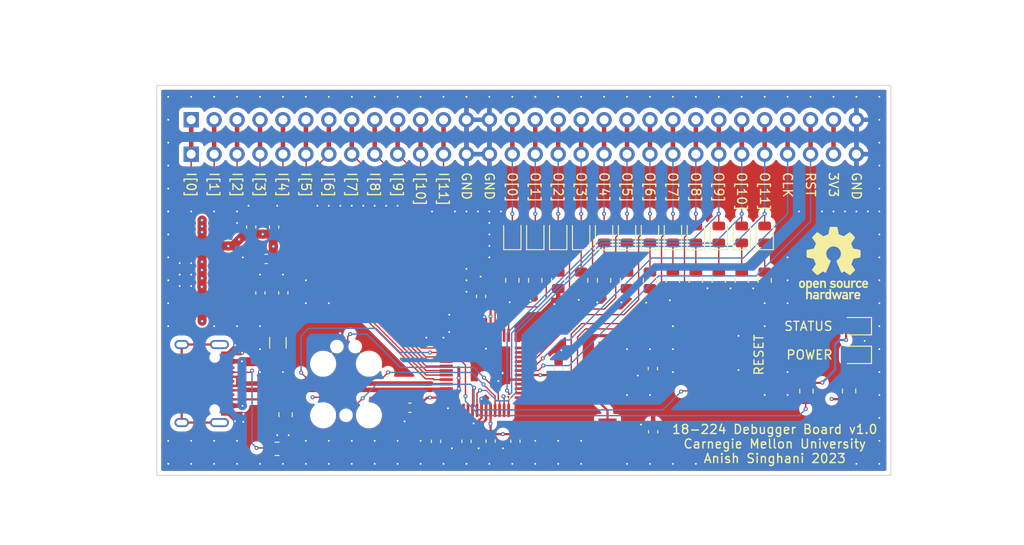
<source format=kicad_pcb>
(kicad_pcb (version 20221018) (generator pcbnew)
  (layers (0 "F.Cu" signal) (1 "In1.Cu" signal) (2 "In2.Cu" signal) (31 "B.Cu" signal) (34 "B.Paste" user) (35 "F.Paste" user) (36 "B.SilkS" user "B.Silkscreen") (37 "F.SilkS" user "F.Silkscreen") (38 "B.Mask" user) (39 "F.Mask" user) (44 "Edge.Cuts" user))
  (net 0 "")
  (net 1 "+5V")
  (net 2 "GND")
  (net 3 "+3V3")
  (net 4 "Net-(U1-VDDCORE)")
  (net 5 "Net-(U1-PA00)")
  (net 6 "Net-(U1-PA01)")
  (net 7 "Net-(D13-A)")
  (net 8 "Net-(D14-A)")
  (net 9 "Net-(F2-Pad2)")
  (net 10 "SWC")
  (net 11 "SWD")
  (net 12 "RESETn")
  (net 13 "status")
  (net 14 "USB_DP")
  (net 15 "USB_DM")
  (net 16 "in0")
  (net 17 "in1")
  (net 18 "in2")
  (net 19 "in3")
  (net 20 "in4")
  (net 21 "in5")
  (net 22 "in6")
  (net 23 "in7")
  (net 24 "in8")
  (net 25 "in9")
  (net 26 "in10")
  (net 27 "in11")
  (net 28 "out0")
  (net 29 "out1")
  (net 30 "out2")
  (net 31 "out3")
  (net 32 "out4")
  (net 33 "out5")
  (net 34 "out6")
  (net 35 "out7")
  (net 36 "out8")
  (net 37 "out9")
  (net 38 "out10")
  (net 39 "out11")
  (net 40 "uio_clk")
  (net 41 "uio_rst")
  (net 42 "Net-(J3-CC1)")
  (net 44 "Net-(J3-CC2)")
  (net 46 "unconnected-(J3-SHIELD-PadS1)")
  (net 50 "Net-(D1-K)")
  (net 51 "Net-(D2-K)")
  (net 52 "Net-(D3-K)")
  (net 53 "Net-(D4-K)")
  (net 54 "Net-(D5-K)")
  (net 55 "Net-(D6-K)")
  (net 56 "Net-(D7-K)")
  (net 57 "Net-(D8-K)")
  (net 58 "Net-(D9-K)")
  (net 59 "Net-(D10-K)")
  (net 60 "Net-(D11-K)")
  (net 61 "Net-(D12-K)")
  (footprint "Connector_USB:USB_C_Receptacle_HRO_TYPE-C-31-M-12" (layer "F.Cu") (at 91.44 82.55 -90)
    (fp_text reference "J3" hide)
    (fp_text value "USB_C_Receptacle_USB2.0")
  )
  (footprint "LED_SMD:LED_0805_2012Metric" (layer "F.Cu") (at 147.32 66.04 90)
    (fp_text reference "D6" hide)
    (fp_text value "LED")
  )
  (footprint "LED_SMD:LED_0805_2012Metric" (layer "F.Cu") (at 137.16 66.04 90)
    (fp_text reference "D9" hide)
    (fp_text value "LED")
  )
  (footprint "Resistor_SMD:R_0805_2012Metric" (layer "F.Cu") (at 154.94 71.12 -90)
    (fp_text reference "R16" hide)
    (fp_text value "1K")
  )
  (footprint "Resistor_SMD:R_0805_2012Metric" (layer "F.Cu") (at 149.86 71.12 -90)
    (fp_text reference "R12" hide)
    (fp_text value "1K")
  )
  (footprint "Resistor_SMD:R_0805_2012Metric" (layer "F.Cu") (at 132.08 71.12 -90)
    (fp_text reference "R9" hide)
    (fp_text value "1K")
  )
  (footprint "Resistor_SMD:R_0805_2012Metric" (layer "F.Cu") (at 134.62 71.12 -90)
    (fp_text reference "R11" hide)
    (fp_text value "1K")
  )
  (footprint "LED_SMD:LED_0805_2012Metric" (layer "F.Cu") (at 144.78 66.04 90)
    (fp_text reference "D4" hide)
    (fp_text value "LED")
  )
  (footprint "LED_SMD:LED_0805_2012Metric" (layer "F.Cu") (at 154.94 66.04 90)
    (fp_text reference "D12" hide)
    (fp_text value "LED")
  )
  (footprint "LED_SMD:LED_0805_2012Metric" (layer "F.Cu") (at 127 66.04 90)
    (fp_text reference "D1" hide)
    (fp_text value "LED")
  )
  (footprint "Symbol:OSHW-Logo_7.5x8mm_SilkScreen" (layer "F.Cu") (at 162.56 69.215)
    (fp_text reference "REF**" hide)
    (fp_text value "OSHW-Logo_7.5x8mm_SilkScreen" hide)
  )
  (footprint "Capacitor_SMD:C_0603_1608Metric" (layer "F.Cu") (at 123.54 72.9 90)
    (fp_text reference "C10" hide)
    (fp_text value "0.1u")
  )
  (footprint "Capacitor_SMD:C_0603_1608Metric" (layer "F.Cu") (at 100.625 65.225 90)
    (fp_text reference "C3" hide)
    (fp_text value "10u")
  )
  (footprint "LED_SMD:LED_0805_2012Metric" (layer "F.Cu") (at 142.24 66.04 90)
    (fp_text reference "D2" hide)
    (fp_text value "LED")
  )
  (footprint "Capacitor_SMD:C_0603_1608Metric" (layer "F.Cu") (at 99.1 72.51 90)
    (fp_text reference "C2" hide)
    (fp_text value "1u")
  )
  (footprint "Resistor_SMD:R_0805_2012Metric" (layer "F.Cu") (at 152.4 71.12 -90)
    (fp_text reference "R14" hide)
    (fp_text value "1K")
  )
  (footprint "LED_SMD:LED_0805_2012Metric" (layer "F.Cu") (at 165.085 76.2 180)
    (fp_text reference "D13" hide)
    (fp_text value "LED")
  )
  (footprint "Resistor_SMD:R_0805_2012Metric" (layer "F.Cu") (at 139.7 71.12 -90)
    (fp_text reference "R15" hide)
    (fp_text value "1K")
  )
  (footprint "Button_Switch_SMD:SW_Push_1P1T_NO_6x6mm_H9.5mm" (layer "F.Cu") (at 149.82 79.385 -90)
    (fp_text reference "SW1" hide)
    (fp_text value "RST_BTN")
  )
  (footprint "Capacitor_SMD:C_0603_1608Metric" (layer "F.Cu") (at 127.34 88.94 -90)
    (fp_text reference "C6" hide)
    (fp_text value "1u")
  )
  (footprint "LED_SMD:LED_0805_2012Metric" (layer "F.Cu") (at 129.54 66.04 90)
    (fp_text reference "D3" hide)
    (fp_text value "LED")
  )
  (footprint "Connector_PinHeader_2.54mm:PinHeader_1x30_P2.54mm_Vertical" (layer "F.Cu") (at 91.44 57.15 90)
    (fp_text reference "J4" hide)
    (fp_text value "BREAKOUT_HDR")
  )
  (footprint "Package_QFP:TQFP-48_7x7mm_P0.5mm" (layer "F.Cu") (at 123.84 81.36 180)
    (fp_text reference "U1" hide)
    (fp_text value "ATSAMD21G18A-A")
  )
  (footprint "Fuse:Fuse_1206_3216Metric_Pad1.42x1.75mm_HandSolder" (layer "F.Cu") (at 101.04 78.03 -90)
    (fp_text reference "F2" hide)
    (fp_text value "500mA")
  )
  (footprint "Capacitor_SMD:C_0603_1608Metric" (layer "F.Cu") (at 121.92 88.95 90)
    (fp_text reference "C5" hide)
    (fp_text value "1u")
  )
  (footprint "Capacitor_SMD:C_0603_1608Metric" (layer "F.Cu") (at 101.64 72.51 90)
    (fp_text reference "C1" hide)
    (fp_text value "10u")
  )
  (footprint "Resistor_SMD:R_0805_2012Metric" (layer "F.Cu") (at 129.54 71.12 -90)
    (fp_text reference "R7" hide)
    (fp_text value "1K")
  )
  (footprint "Resistor_SMD:R_0805_2012Metric" (layer "F.Cu") (at 142.24 71.12 -90)
    (fp_text reference "R6" hide)
    (fp_text value "1K")
  )
  (footprint "Resistor_SMD:R_0805_2012Metric" (layer "F.Cu") (at 101.89 86 90)
    (fp_text reference "R4" hide)
    (fp_text value "5.1K")
  )
  (footprint "Capacitor_SMD:C_0603_1608Metric" (layer "F.Cu") (at 132.12 80.89 90)
    (fp_text reference "C11" hide)
    (fp_text value "0.1u")
  )
  (footprint "Resistor_SMD:R_0805_2012Metric" (layer "F.Cu") (at 159.5628 83.3882 90)
    (fp_text reference "R1" hide)
    (fp_text value "1K")
  )
  (footprint "Capacitor_SMD:C_0603_1608Metric" (layer "F.Cu") (at 99.75 68.75 180)
    (fp_text reference "C7" hide)
    (fp_text value "10u")
  )
  (footprint "Capacitor_SMD:C_0603_1608Metric" (layer "F.Cu") (at 142.56 80.9 90)
    (fp_text reference "C13" hide)
    (fp_text value "22p")
  )
  (footprint "Resistor_SMD:R_0805_2012Metric" (layer "F.Cu") (at 164.2872 83.3628 90)
    (fp_text reference "R2" hide)
    (fp_text value "1K")
  )
  (footprint "Capacitor_SMD:C_0603_1608Metric" (layer "F.Cu") (at 118.55 88.95 -90)
    (fp_text reference "C14" hide)
    (fp_text value "0.1u")
  )
  (footprint "Resistor_SMD:R_0805_2012Metric" (layer "F.Cu") (at 147.32 71.12 -90)
    (fp_text reference "R10" hide)
    (fp_text value "1K")
  )
  (footprint "Resistor_SMD:R_0805_2012Metric" (layer "F.Cu") (at 127 71.12 -90)
    (fp_text reference "R5" hide)
    (fp_text value "1K")
  )
  (footprint "Crystal:Crystal_SMD_HC49-SD" (layer "F.Cu") (at 137.54 84.42 90)
    (fp_text reference "Y1" hide)
    (fp_text value "32.768KHz")
  )
  (footprint "Resistor_SMD:R_0805_2012Metric" (layer "F.Cu") (at 144.78 71.12 -90)
    (fp_text reference "R8" hide)
    (fp_text value "1K")
  )
  (footprint "Connector_PinHeader_2.54mm:PinHeader_1x30_P2.54mm_Vertical" (layer "F.Cu") (at 91.44 53.34 90)
    (fp_text reference "J2" hide)
    (fp_text value "GPIO_HDR")
  )
  (footprint "LED_SMD:LED_0805_2012Metric" (layer "F.Cu") (at 132.08 66.04 90)
    (fp_text reference "D5" hide)
    (fp_text value "LED")
  )
  (footprint "Capacitor_SMD:C_0603_1608Metric" (layer "F.Cu") (at 98.085 65.225 90)
    (fp_text reference "C4" hide)
    (fp_text value "1u")
  )
  (footprint "Package_TO_SOT_SMD:SOT-223-3_TabPin2" (layer "F.Cu") (at 92.65 70.46 90)
    (fp_text reference "U2" hide)
    (fp_text value "AZ1117-3.3")
  )
  (footprint "LED_SMD:LED_0805_2012Metric" (layer "F.Cu") (at 149.86 66.04 90)
    (fp_text reference "D8" hide)
    (fp_text value "LED")
  )
  (footprint "Resistor_SMD:R_0805_2012Metric" (layer "F.Cu") (at 100.95 89.78 180)
    (fp_text reference "R3" hide)
    (fp_text value "5.1K")
  )
  (footprint "Resistor_SMD:R_0805_2012Metric" (layer "F.Cu") (at 137.16 71.12 -90)
    (fp_text reference "R13" hide)
    (fp_text value "1K")
  )
  (footprint "LED_SMD:LED_0805_2012Metric" (layer "F.Cu") (at 139.7 66.04 90)
    (fp_text reference "D11" hide)
    (fp_text value "LED")
  )
  (footprint "Capacitor_SMD:C_0603_1608Metric" (layer "F.Cu") (at 124.6 88.93 -90)
    (fp_text reference "C8" hide)
    (fp_text value "0.1u")
  )
  (footprint "LED_SMD:LED_0805_2012Metric" (layer "F.Cu") (at 165.085 79.375 180)
    (fp_text reference "D14" hide)
    (fp_text value "LED")
  )
  (footprint "LED_SMD:LED_0805_2012Metric" (layer "F.Cu") (at 152.4 66.04 90)
    (fp_text reference "D10" hide)
    (fp_text value "LED")
  )
  (footprint "Capacitor_SMD:C_0603_1608Metric" (layer "F.Cu") (at 142.59 87.89 -90)
    (fp_text reference "C12" hide)
    (fp_text value "22p")
  )
  (footprint "LED_SMD:LED_0805_2012Metric" (layer "F.Cu") (at 134.62 66.04 90)
    (fp_text reference "D7" hide)
    (fp_text value "LED")
  )
  (footprint "Capacitor_SMD:C_0603_1608Metric" (layer "F.Cu") (at 115.66 85.23 180)
    (fp_text reference "C9" hide)
    (fp_text value "0.1u")
  )
  (footprint "Connector:Tag-Connect_TC2050-IDC-FP_2x05_P1.27mm_Vertical" (layer "F.Cu") (at 108.585 82.26 90)
    (fp_text reference "J1" hide)
    (fp_text value "TC2050")
  )
  (gr_rect (start 87.63 49.53) (end 168.91 92.71) (stroke (width 0.1)) (fill none) (layer "Edge.Cuts"))
  (gr_text "POWER" (at 162.545 79.375) (layer "F.SilkS") (effects (font (size 1 1)) (justify right)))
  (gr_text "GND" (at 165.1 59.055 270) (layer "F.SilkS") (effects (font (size 1 1)) (justify left)))
  (gr_text "I[11]" (at 119.38 59.055 270) (layer "F.SilkS") (effects (font (size 1 1)) (justify left)))
  (gr_text "O[2]" (at 132.08 59.055 270) (layer "F.SilkS") (effects (font (size 1 1)) (justify left)))
  (gr_text "O[10]" (at 152.4 59.055 270) (layer "F.SilkS") (effects (font (size 1 1)) (justify left)))
  (gr_text "O[0]" (at 127 59.055 270) (layer "F.SilkS") (effects (font (size 1 1)) (justify left)))
  (gr_text "I[2]" (at 96.52 59.055 270) (layer "F.SilkS") (effects (font (size 1 1)) (justify left)))
  (gr_text "O[1]" (at 129.54 59.055 270) (layer "F.SilkS") (effects (font (size 1 1)) (justify left)))
  (gr_text "O[5]" (at 139.7 59.055 270) (layer "F.SilkS") (effects (font (size 1 1)) (justify left)))
  (gr_text "O[4]" (at 137.16 59.055 270) (layer "F.SilkS") (effects (font (size 1 1)) (justify left)))
  (gr_text "O[9]" (at 149.86 59.055 270) (layer "F.SilkS") (effects (font (size 1 1)) (justify left)))
  (gr_text "I[0]" (at 91.44 59.055 -90) (layer "F.SilkS") (effects (font (size 1 1)) (justify left)))
  (gr_text "STATUS" (at 162.545 76.2) (layer "F.SilkS") (effects (font (size 1 1)) (justify right)))
  (gr_text "I[7]" (at 109.22 59.055 270) (layer "F.SilkS") (effects (font (size 1 1)) (justify left)))
  (gr_text "I[6]" (at 106.68 59.055 270) (layer "F.SilkS") (effects (font (size 1 1)) (justify left)))
  (gr_text "RESET" (at 154.305 79.375 90) (layer "F.SilkS") (effects (font (size 1 1))))
  (gr_text "I[10]" (at 116.84 59.055 270) (layer "F.SilkS") (effects (font (size 1 1)) (justify left)))
  (gr_text "I[4]" (at 101.6 59.055 270) (layer "F.SilkS") (effects (font (size 1 1)) (justify left)))
  (gr_text "O[6]" (at 142.24 59.055 270) (layer "F.SilkS") (effects (font (size 1 1)) (justify left)))
  (gr_text "O[3]" (at 134.62 59.055 270) (layer "F.SilkS") (effects (font (size 1 1)) (justify left)))
  (gr_text "I[8]" (at 111.76 59.055 270) (layer "F.SilkS") (effects (font (size 1 1)) (justify left)))
  (gr_text "18-224 Debugger Board v1.0\nCarnegie Mellon University\nAnish Singhani 2023" (at 156.0576 89.2302) (layer "F.SilkS") (effects (font (size 1 1))))
  (gr_text "I[1]" (at 93.98 59.055 270) (layer "F.SilkS") (effects (font (size 1 1)) (justify left)))
  (gr_text "GND" (at 121.92 59.055 270) (layer "F.SilkS") (effects (font (size 1 1)) (justify left)))
  (gr_text "RST" (at 160.02 59.055 270) (layer "F.SilkS") (effects (font (size 1 1)) (justify left)))
  (gr_text "O[8]" (at 147.32 59.055 270) (layer "F.SilkS") (effects (font (size 1 1)) (justify left)))
  (gr_text "I[9]" (at 114.3 59.055 270) (layer "F.SilkS") (effects (font (size 1 1)) (justify left)))
  (gr_text "GND" (at 124.46 59.055 270) (layer "F.SilkS") (effects (font (size 1 1)) (justify left)))
  (gr_text "I[5]" (at 104.14 59.055 270) (layer "F.SilkS") (effects (font (size 1 1)) (justify left)))
  (gr_text "O[11]" (at 154.94 59.055 270) (layer "F.SilkS") (effects (font (size 1 1)) (justify left)))
  (gr_text "CLK" (at 157.48 59.055 270) (layer "F.SilkS") (effects (font (size 1 1)) (justify left)))
  (gr_text "O[7]" (at 144.78 59.055 270) (layer "F.SilkS") (effects (font (size 1 1)) (justify left)))
  (gr_text "3V3" (at 162.56 59.055 270) (layer "F.SilkS") (effects (font (size 1 1)) (justify left)))
  (gr_text "I[3]" (at 99.06 59.055 270) (layer "F.SilkS") (effects (font (size 1 1)) (justify left)))
  (segment (start 101.04 73.885) (end 101.315 73.61) (width 1) (layer "F.Cu") (net 1))
  (segment (start 101.64 73.285) (end 95.275 73.285) (width 1) (layer "F.Cu") (net 1))
  (segment (start 101.315 73.61) (end 101.64 73.285) (width 1) (layer "F.Cu") (net 1))
  (segment (start 101.04 76.5425) (end 101.04 73.885) (width 1) (layer "F.Cu") (net 1))
  (segment (start 95.275 73.285) (end 94.95 73.61) (width 1) (layer "F.Cu") (net 1))
  (segment (start 123.54 70.77) (end 123.48 70.71) (width 0.15) (layer "F.Cu") (net 2))
  (segment (start 108.4207 79.2493) (end 108.4207 77.4707) (width 0.15) (layer "F.Cu") (net 2))
  (segment (start 148.6425 72.0325) (end 149.86 72.0325) (width 0.15) (layer "F.Cu") (net 2))
  (segment (start 125.61 82.11) (end 125.45 82.27) (width 0.25) (layer "F.Cu") (net 2))
  (segment (start 123.59 85.5225) (end 123.59 84.25) (width 0.25) (layer "F.Cu") (net 2))
  (segment (start 125.965 89.725) (end 127.33 89.725) (width 0.25) (layer "F.Cu") (net 2))
  (segment (start 97.22 86.7776) (end 97.2058 86.7918) (width 0.25) (layer "F.Cu") (net 2))
  (segment (start 151.15 72.01) (end 151.1725 72.0325) (width 0.15) (layer "F.Cu") (net 2))
  (segment (start 166.0144 77.8256) (end 166.0225 77.8337) (width 0.25) (layer "F.Cu") (net 2))
  (segment (start 165.1 53.34) (end 165.1 57.15) (width 0.5) (layer "F.Cu") (net 2))
  (segment (start 128.0025 82.11) (end 126.99 82.11) (width 0.25) (layer "F.Cu") (net 2))
  (segment (start 124.46 57.15) (end 124.46 53.34) (width 0.5) (layer "F.Cu") (net 2))
  (segment (start 95.485 79.3) (end 96.93 79.3) (width 0.25) (layer "F.Cu") (net 2))
  (segment (start 127.33 89.725) (end 127.34 89.715) (width 0.25) (layer "F.Cu") (net 2))
  (segment (start 129.54 72.84) (end 129 73.38) (width 0.15) (layer "F.Cu") (net 2))
  (segment (start 114.885 86.564) (end 115.062 86.741) (width 0.25) (layer "F.Cu") (net 2))
  (segment (start 152.0444 81.0514) (end 152.07 81.077) (width 0.15) (layer "F.Cu") (net 2))
  (segment (start 134.62 72.0325) (end 134.62 73.0105) (width 0.15) (layer "F.Cu") (net 2))
  (segment (start 123.26 89.72) (end 123.265 89.725) (width 0.25) (layer "F.Cu") (net 2))
  (segment (start 95.485 79.3) (end 95.485 79.14) (width 0.25) (layer "F.Cu") (net 2))
  (segment (start 142.56 81.675) (end 140.9078 81.675) (width 0.25) (layer "F.Cu") (net 2))
  (segment (start 132.12 80.115) (end 132.12 79.17) (width 0.15) (layer "F.Cu") (net 2))
  (segment (start 127 72.0325) (end 127 73.26) (width 0.15) (layer "F.Cu") (net 2))
  (segment (start 132.08 72.0325) (end 132.08 73.33) (width 0.15) (layer "F.Cu") (net 2))
  (segment (start 166.0225 77.8337) (end 166.0225 79.375) (width 0.25) (layer "F.Cu") (net 2))
  (segment (start 152.07 77.2924) (end 152.07 81.0258) (width 0.15) (layer "F.Cu") (net 2))
  (segment (start 120.3 89.72) (end 120.305 89.725) (width 0.25) (layer "F.Cu") (net 2))
  (segment (start 124.09 75.3982) (end 123.8758 75.184) (width 0.25) (layer "F.Cu") (net 2))
  (segment (start 132.12 79.17) (end 132.43 78.86) (width 0.15) (layer "F.Cu") (net 2))
  (segment (start 123.54 72.125) (end 123.54 70.77) (width 0.15) (layer "F.Cu") (net 2))
  (segment (start 153.6925 72.0325) (end 154.94 72.0325) (width 0.15) (layer "F.Cu") (net 2))
  (segment (start 124.09 77.1975) (end 124.09 78.68) (width 0.25) (layer "F.Cu") (net 2))
  (segment (start 123.255 89.725) (end 123.26 89.72) (width 0.25) (layer "F.Cu") (net 2))
  (segment (start 95.485 85.9092) (end 96.2914 86.7156) (width 0.25) (layer "F.Cu") (net 2))
  (segment (start 142.24 73.18) (end 141.83 73.59) (width 0.15) (layer "F.Cu") (net 2))
  (segment (start 151.1725 72.0325) (end 152.4 72.0325) (width 0.15) (layer "F.Cu") (net 2))
  (segment (start 127 73.26) (end 126.71 73.55) (width 0.15) (layer "F.Cu") (net 2))
  (segment (start 126.99 82.11) (end 126.72 82.11) (width 0.25) (layer "F.Cu") (net 2))
  (segment (start 147.32 72.0325) (end 148.5775 72.0325) (width 0.15) (layer "F.Cu") (net 2))
  (segment (start 142.59 87.115) (end 141.2678 87.115) (width 0.25) (layer "F.Cu") (net 2))
  (segment (start 107.95 79.72) (end 107.95 79.74) (width 0.15) (layer "F.Cu") (net 2))
  (segment (start 141.2678 87.115) (end 141.2494 87.0966) (width 0.25) (layer "F.Cu") (net 2))
  (segment (start 96.93 79.3) (end 97.09 79.14) (width 0.25) (layer "F.Cu") (net 2))
  (segment (start 95.485 85.8) (end 95.485 85.9092) (width 0.25) (layer "F.Cu") (net 2))
  (segment (start 152.07 77.2412) (end 152.0444 77.2668) (width 0.15) (layer "F.Cu") (net 2))
  (segment (start 121.92 53.34) (end 121.92 57.15) (width 0.5) (layer "F.Cu") (net 2))
  (segment (start 119.6775 83.61) (end 120.6 83.61) (width 0.25) (layer "F.Cu") (net 2))
  (segment (start 149.86 72.0325) (end 151.1275 72.0325) (width 0.15) (layer "F.Cu") (net 2))
  (segment (start 151.1275 72.0325) (end 151.15 72.01) (width 0.15) (layer "F.Cu") (net 2))
  (segment (start 144.78 72.99) (end 144.44 73.33) (width 0.15) (layer "F.Cu") (net 2))
  (segment (start 122.945685 86.97) (end 122.71 86.97) (width 0.25) (layer "F.Cu") (net 2))
  (segment (start 148.5775 72.0325) (end 148.61 72) (width 0.15) (layer "F.Cu") (net 2))
  (segment (start 152.07 81.077) (end 152.07 83.36) (width 0.15) (layer "F.Cu") (net 2))
  (segment (start 97.22 85.92) (end 97.22 86.7776) (width 0.25) (layer "F.Cu") (net 2))
  (segment (start 124.09 77.1975) (end 124.09 75.3982) (width 0.25) (layer "F.Cu") (net 2))
  (segment (start 134.62 73.0105) (end 134.35 73.2805) (width 0.15) (layer "F.Cu") (net 2))
  (segment (start 108.4207 77.4707) (end 107.93 76.98) (width 0.15) (layer "F.Cu") (net 2))
  (segment (start 139.7 72.0325) (end 139.7 72.93) (width 0.15) (layer "F.Cu") (net 2))
  (segment (start 126 81.39) (end 125.9205 81.39) (width 0.25) (layer "F.Cu") (net 2))
  (segment (start 152.07 75.41) (end 152.07 77.2412) (width 0.15) (layer "F.Cu") (net 2))
  (segment (start 97.1 85.8) (end 97.22 85.92) (width 0.25) (layer "F.Cu") (net 2))
  (segment (start 148.61 72) (end 148.6425 72.0325) (width 0.15) (layer "F.Cu") (net 2))
  (segment (start 120.6 83.61) (end 121.08 83.13) (width 0.25) (layer "F.Cu") (net 2))
  (segment (start 119.6775 83.61) (end 120.480685 83.61) (width 0.25) (layer "F.Cu") (net 2))
  (segment (start 123.59 86.325685) (end 122.945685 86.97) (width 0.25) (layer "F.Cu") (net 2))
  (segment (start 125.955 89.725) (end 125.96 89.72) (width 0.25) (layer "F.Cu") (net 2))
  (segment (start 129.54 72.0325) (end 129.54 72.84) (width 0.15) (layer "F.Cu") (net 2))
  (segment (start 124.09 78.68) (end 124.08 78.69) (width 0.25) (layer "F.Cu") (net 2))
  (segment (start 166.0225 76.2) (end 166.0225 77.8175) (width 0.25) (layer "F.Cu") (net 2))
  (segment (start 126.99 82.11) (end 125.61 82.11) (width 0.25) (layer "F.Cu") (net 2))
  (segment (start 152.07 81.0258) (end 152.0444 81.0514) (width 0.15) (layer "F.Cu") (net 2))
  (segment (start 120.305 89.725) (end 123.255 89.725) (width 0.25) (layer "F.Cu") (net 2))
  (segment (start 118.55 89.725) (end 120.295 89.725) (width 0.25) (layer "F.Cu") (net 2))
  (segment (start 126.72 82.11) (end 126 81.39) (width 0.25) (layer "F.Cu") (net 2))
  (segment (start 132.08 73.33) (end 131.66 73.75) (width 0.15) (layer "F.Cu") (net 2))
  (segment (start 120.74 84.42) (end 119.87 85.29) (width 0.25) (layer "F.Cu") (net 2))
  (segment (start 114.885 85.23) (end 114.885 86.564) (width 0.25) (layer "F.Cu") (net 2))
  (segment (start 125.96 89.72) (end 125.965 89.725) (width 0.25) (layer "F.Cu") (net 2))
  (segment (start 152.4 72.0325) (end 153.6475 72.0325) (width 0.15) (layer "F.Cu") (net 2))
  (segment (start 137.16 72.0325) (end 137.16 72.81) (width 0.15) (layer "F.Cu") (net 2))
  (segment (start 95.485 79.14) (end 96.3168 78.3082) (width 0.25) (layer "F.Cu") (net 2))
  (segment (start 120.480685 83.61) (end 120.74 83.869315) (width 0.25) (layer "F.Cu") (net 2))
  (segment (start 137.16 72.81) (end 136.41 73.56) (width 0.15) (layer "F.Cu") (net 2))
  (segment (start 166.0225 77.8175) (end 166.0144 77.8256) (width 0.25) (layer "F.Cu") (net 2))
  (segment (start 144.78 72.0325) (end 144.78 72.99) (width 0.15) (layer "F.Cu") (net 2))
  (segment (start 153.67 72.01) (end 153.6925 72.0325) (width 0.15) (layer "F.Cu") (net 2))
  (segment (start 152.0444 77.2668) (end 152.07 77.2924) (width 0.15) (layer "F.Cu") (net 2))
  (segment (start 107.95 79.72) (end 108.4207 79.2493) (width 0.15) (layer "F.Cu") (net 2))
  (segment (start 123.265 89.725) (end 125.955 89.725) (width 0.25) (layer "F.Cu") (net 2))
  (segment (start 142.24 72.0325) (end 142.24 73.18) (width 0.15) (layer "F.Cu") (net 2))
  (segment (start 120.74 83.869315) (end 120.74 84.42) (width 0.25) (layer "F.Cu") (net 2))
  (segment (start 123.59 85.5225) (end 123.59 86.325685) (width 0.25) (layer "F.Cu") (net 2))
  (segment (start 153.6475 72.0325) (end 153.67 72.01) (width 0.15) (layer "F.Cu") (net 2))
  (segment (start 139.7 72.93) (end 139.07 73.56) (width 0.15) (layer "F.Cu") (net 2))
  (segment (start 120.295 89.725) (end 120.3 89.72) (width 0.25) (layer "F.Cu") (net 2))
  (segment (start 140.9078 81.675) (end 140.8938 81.661) (width 0.25) (layer "F.Cu") (net 2))
  (segment (start 95.485 85.8) (end 97.1 85.8) (width 0.25) (layer "F.Cu") (net 2))
  (via (at 134.62 50.8) (size 0.45) (drill 0.2) (layers "F.Cu" "B.Cu") (net 2))
  (via (at 167.64 60.96) (size 0.45) (drill 0.2) (layers "F.Cu" "B.Cu") (net 2))
  (via (at 167.64 91.44) (size 0.45) (drill 0.2) (layers "F.Cu" "B.Cu") (net 2))
  (via (at 148.61 72) (size 0.45) (drill 0.2) (layers "F.Cu" "B.Cu") (net 2))
  (via (at 141.83 73.59) (size 0.45) (drill 0.2) (layers "F.Cu" "B.Cu") (net 2))
  (via (at 120.015 74.93) (size 0.45) (drill 0.2) (layers "F.Cu" "B.Cu") (net 2))
  (via (at 136.41 73.56) (size 0.45) (drill 0.2) (layers "F.Cu" "B.Cu") (net 2))
  (via (at 167.64 76.2) (size 0.45) (drill 0.2) (layers "F.Cu" "B.Cu") (net 2))
  (via (at 124.46 67.31) (size 0.45) (drill 0.2) (layers "F.Cu" "B.Cu") (net 2))
  (via (at 104.14 91.44) (size 0.45) (drill 0.2) (layers "F.Cu" "B.Cu") (net 2))
  (via (at 100.965 88.265) (size 0.45) (drill 0.2) (layers "F.Cu" "B.Cu") (net 2))
  (via (at 120.3 89.72) (size 0.45) (drill 0.2) (layers "F.Cu" "B.Cu") (net 2))
  (via (at 88.9 55.88) (size 0.45) (drill 0.2) (layers "F.Cu" "B.Cu") (net 2))
  (via (at 147.32 50.8) (size 0.45) (drill 0.2) (layers "F.Cu" "B.Cu") (net 2))
  (via (at 131.66 73.75) (size 0.45) (drill 0.2) (layers "F.Cu" "B.Cu") (net 2))
  (via (at 121.08 83.13) (size 0.45) (drill 0.2) (layers "F.Cu" "B.Cu") (net 2))
  (via (at 129 73.38) (size 0.45) (drill 0.2) (layers "F.Cu" "B.Cu") (net 2))
  (via (at 96.2914 86.7156) (size 0.45) (drill 0.2) (layers "F.Cu" "B.Cu") (net 2))
  (via (at 124.46 68.58) (size 0.45) (drill 0.2) (layers "F.Cu" "B.Cu") (net 2))
  (via (at 120.65 63.5) (size 0.45) (drill 0.2) (layers "F.Cu" "B.Cu") (net 2))
  (via (at 96.52 50.8) (size 0.45) (drill 0.2) (layers "F.Cu" "B.Cu") (net 2))
  (via (at 119.38 50.8) (size 0.45) (drill 0.2) (layers "F.Cu" "B.Cu") (net 2))
  (via (at 167.64 71.12) (size 0.45) (drill 0.2) (layers "F.Cu" "B.Cu") (net 2))
  (via (at 139.7 50.8) (size 0.45) (drill 0.2) (layers "F.Cu" "B.Cu") (net 2))
  (via (at 144.78 76.2) (size 0.45) (drill 0.2) (layers "F.Cu" "B.Cu") (net 2))
  (via (at 152.0444 77.2668) (size 0.45) (drill 0.2) (layers "F.Cu" "B.Cu") (net 2))
  (via (at 157.48 81.28) (size 0.45) (drill 0.2) (layers "F.Cu" "B.Cu") (net 2))
  (via (at 88.9 66.04) (size 0.45) (drill 0.2) (layers "F.Cu" "B.Cu") (net 2))
  (via (at 167.64 50.8) (size 0.45) (drill 0.2) (layers "F.Cu" "B.Cu") (net 2))
  (via (at 97.2058 86.7918) (size 0.45) (drill 0.2) (layers "F.Cu" "B.Cu") (net 2))
  (via (at 163.83 63.5) (size 0.45) (drill 0.2) (layers "F.Cu" "B.Cu") (net 2))
  (via (at 132.08 88.9) (size 0.45) (drill 0.2) (layers "F.Cu" "B.Cu") (net 2))
  (via (at 111.76 91.44) (size 0.45) (drill 0.2) (layers "F.Cu" "B.Cu") (net 2))
  (via (at 157.48 73.66) (size 0.45) (drill 0.2) (layers "F.Cu" "B.Cu") (net 2))
  (via (at 144.78 81.28) (size 0.45) (drill 0.2) (layers "F.Cu" "B.Cu") (net 2))
  (via (at 114.3 88.9) (size 0.45) (drill 0.2) (layers "F.Cu" "B.Cu") (net 2))
  (via (at 97.155 68.58) (size 0.45) (drill 0.2) (layers "F.Cu" "B.Cu") (net 2))
  (via (at 111.76 50.8) (size 0.45) (drill 0.2) (layers "F.Cu" "B.Cu") (net 2))
  (via (at 107.95 62.865) (size 0.45) (drill 0.2) (layers "F.Cu" "B.Cu") (net 2))
  (via (at 93.98 50.8) (size 0.45) (drill 0.2) (layers "F.Cu" "B.Cu") (net 2))
  (via (at 162.56 50.8) (size 0.45) (drill 0.2) (layers "F.Cu" "B.Cu") (net 2))
  (via (at 91.44 69.215) (size 0.45) (drill 0.2) (layers "F.Cu" "B.Cu") (net 2))
  (via (at 165.1 63.5) (size 0.45) (drill 0.2) (layers "F.Cu" "B.Cu") (net 2))
  (via (at 121.06 81.94) (size 0.45) (drill 0.2) (layers "F.Cu" "B.Cu") (net 2))
  (via (at 139.7 83.82) (size 0.45) (drill 0.2) (layers "F.Cu" "B.Cu") (net 2))
  (via (at 154.94 50.8) (size 0.45) (drill 0.2) (layers "F.Cu" "B.Cu") (net 2))
  (via (at 102.235 88.265) (size 0.45) (drill 0.2) (layers "F.Cu" "B.Cu") (net 2))
  (via (at 153.67 72.01) (size 0.45) (drill 0.2) (layers "F.Cu" "B.Cu") (net 2))
  (via (at 154.94 73.66) (size 0.45) (drill 0.2) (layers "F.Cu" "B.Cu") (net 2))
  (via (at 161.29 63.5) (size 0.45) (drill 0.2) (layers "F.Cu" "B.Cu") (net 2))
  (via (at 91.44 91.44) (size 0.45) (drill 0.2) (layers "F.Cu" "B.Cu") (net 2))
  (via (at 88.9 73.66) (size 0.45) (drill 0.2) (layers "F.Cu" "B.Cu") (net 2))
  (via (at 88.9 76.2) (size 0.45) (drill 0.2) (layers "F.Cu" "B.Cu") (net 2))
  (via (at 134.62 88.9) (size 0.45) (drill 0.2) (layers "F.Cu" "B.Cu") (net 2))
  (via (at 165.1 91.44) (size 0.45) (drill 0.2) (layers "F.Cu" "B.Cu") (net 2))
  (via (at 96.52 91.44) (size 0.45) (drill 0.2) (layers "F.Cu" "B.Cu") (net 2))
  (via (at 121.92 63.5) (size 0.45) (drill 0.2) (layers "F.Cu" "B.Cu") (net 2))
  (via (at 125.96 89.72) (size 0.45) (drill 0.2) (layers "F.Cu" "B.Cu") (net 2))
  (via (at 121.92 72.39) (size 0.45) (drill 0.2) (layers "F.Cu" "B.Cu") (net 2))
  (via (at 109.22 50.8) (size 0.45) (drill 0.2) (layers "F.Cu" "B.Cu") (net 2))
  (via (at 99.06 78.74) (size 0.45) (drill 0.2) (layers "F.Cu" "B.Cu") (net 2))
  (via (at 167.64 68.58) (size 0.45) (drill 0.2) (layers "F.Cu" "B.Cu") (net 2))
  (via (at 142.24 78.74) (size 0.45) (drill 0.2) (layers "F.Cu" "B.Cu") (net 2))
  (via (at 132.08 50.8) (size 0.45) (drill 0.2) (layers "F.Cu" "B.Cu") (net 2))
  (via (at 104.14 73.66) (size 0.45) (drill 0.2) (layers "F.Cu" "B.Cu") (net 2))
  (via (at 167.64 88.9) (size 0.45) (drill 0.2) (layers "F.Cu" "B.Cu") (net 2))
  (via (at 121.92 50.8) (size 0.45) (drill 0.2) (layers "F.Cu" "B.Cu") (net 2))
  (via (at 109.22 88.9) (size 0.45) (drill 0.2) (layers "F.Cu" "B.Cu") (net 2))
  (via (at 106.68 88.9) (size 0.45) (drill 0.2) (layers "F.Cu" "B.Cu") (net 2))
  (via (at 97.22 85.92) (size 0.45) (drill 0.2) (layers "F.Cu" "B.Cu") (net 2))
  (via (at 162.56 63.5) (size 0.45) (drill 0.2) (layers "F.Cu" "B.Cu") (net 2))
  (via (at 91.44 63.5) (size 0.45) (drill 0.2) (layers "F.Cu" "B.Cu") (net 2))
  (via (at 129.54 50.8) (size 0.45) (drill 0.2) (layers "F.Cu" "B.Cu") (net 2))
  (via (at 154.94 76.2) (size 0.45) (drill 0.2) (layers "F.Cu" "B.Cu") (net 2))
  (via (at 91.44 71.755) (size 0.45) (drill 0.2) (layers "F.Cu" "B.Cu") (net 2))
  (via (at 109.22 91.44) (size 0.45) (drill 0.2) (layers "F.Cu" "B.Cu") (net 2))
  (via (at 116.84 50.8) (size 0.45) (drill 0.2) (layers "F.Cu" "B.Cu") (net 2))
  (via (at 132.43 78.86) (size 0.45) (drill 0.2) (layers "F.Cu" "B.Cu") (net 2))
  (via (at 106.68 73.66) (size 0.45) (drill 0.2) (layers "F.Cu" "B.Cu") (net 2))
  (via (at 167.64 86.36) (size 0.45) (drill 0.2) (layers "F.Cu" "B.Cu") (net 2))
  (via (at 88.9 68.58) (size 0.45) (drill 0.2) (layers "F.Cu" "B.Cu") (net 2))
  (via (at 105.41 62.865) (size 0.45) (drill 0.2) (layers "F.Cu" "B.Cu") (net 2))
  (via (at 167.64 78.74) (size 0.45) (drill 0.2) (layers "F.Cu" "B.Cu") (net 2))
  (via (at 141.2494 87.0966) (size 0.45) (drill 0.2) (layers "F.Cu" "B.Cu") (net 2))
  (via (at 149.86 50.8) (size 0.45) (drill 0.2) (layers "F.Cu" "B.Cu") (net 2))
  (via (at 96.52 88.9) (size 0.45) (drill 0.2) (layers "F.Cu" "B.Cu") (net 2))
  (via (at 121.92 50.8) (size 0.45) (drill 0.2) (layers "F.Cu" "B.Cu") (net 2))
  (via (at 142.24 91.44) (size 0.45) (drill 0.2) (layers "F.Cu" "B.Cu") (net 2))
  (via (at 147.32 91.44) (size 0.45) (drill 0.2) (layers "F.Cu" "B.Cu") (net 2))
  (via (at 104.14 50.8) (size 0.45) (drill 0.2) (layers "F.Cu" "B.Cu") (net 2))
  (via (at 88.9 58.42) (size 0.45) (drill 0.2) (layers "F.Cu" "B.Cu") (net 2))
  (via (at 97.79 62.865) (size 0.45) (drill 0.2) (layers "F.Cu" "B.Cu") (net 2))
  (via (at 152.4 50.8) (size 0.45) (drill 0.2) (layers "F.Cu" "B.Cu") (net 2))
  (via (at 167.64 63.5) (size 0.45) (drill 0.2) (layers "F.Cu" "B.Cu") (net 2))
  (via (at 114.3 91.44) (size 0.45) (drill 0.2) (layers "F.Cu" "B.Cu") (net 2))
  (via (at 125.73 63.5) (size 0.45) (drill 0.2) (layers "F.Cu" "B.Cu") (net 2))
  (via (at 167.64 55.88) (size 0.45) (drill 0.2) (layers "F.Cu" "B.Cu") (net 2))
  (via (at 116.84 88.9) (size 0.45) (drill 0.2) (layers "F.Cu" "B.Cu") (net 2))
  (via (at 123.19 63.5) (size 0.45) (drill 0.2) (layers "F.Cu" "B.Cu") (net 2))
  (via (at 99.06 91.44) (size 0.45) (drill 0.2) (layers "F.Cu" "B.Cu") (net 2))
  (via (at 121.92 71.12) (size 0.45) (drill 0.2) (layers "F.Cu" "B.Cu") (net 2))
  (via (at 101.6 91.44) (size 0.45) (drill 0.2) (layers "F.Cu" "B.Cu") (net 2))
  (via (at 167.64 73.66) (size 0.45) (drill 0.2) (layers "F.Cu" "B.Cu") (net 2))
  (via (at 116.84 91.44) (size 0.45) (drill 0.2) (layers "F.Cu" "B.Cu") (net 2))
  (via (at 90.17 69.215) (size 0.45) (drill 0.2) (layers "F.Cu" "B.Cu") (net 2))
  (via (at 129.54 88.9) (size 0.45) (drill 0.2) (layers "F.Cu" "B.Cu") (net 2))
  (via (at 119.87 85.29) (size 0.45) (drill 0.2) (layers "F.Cu" "B.Cu") (net 2))
  (via (at 127 50.8) (size 0.45) (drill 0.2) (layers "F.Cu" "B.Cu") (net 2))
  (via (at 96.3168 78.3082) (size 0.45) (drill 0.2) (layers "F.Cu" "B.Cu") (net 2))
  (via (at 99.06 76.2) (size 0.45) (drill 0.2) (layers "F.Cu" "B.Cu") (net 2))
  (via (at 124.46 91.44) (size 0.45) (drill 0.2) (layers "F.Cu" "B.Cu") (net 2))
  (via (at 134.35 73.2805) (size 0.45) (drill 0.2) (layers "F.Cu" "B.Cu") (net 2))
  (via (at 140.8938 81.661) (size 0.45) (drill 0.2) (layers "F.Cu" "B.Cu") (net 2))
  (via (at 154.94 83.82) (size 0.45) (drill 0.2) (layers "F.Cu" "B.Cu") (net 2))
  (via (at 99.06 70.485) (size 0.45) (drill 0.2) (layers "F.Cu" "B.Cu") (net 2))
  (via (at 93.98 76.2) (size 0.45) (drill 0.2) (layers "F.Cu" "B.Cu") (net 2))
  (via (at 158.75 63.5) (size 0.45) (drill 0.2) (layers "F.Cu" "B.Cu") (net 2))
  (via (at 129.54 50.8) (size 0.45) (drill 0.2) (layers "F.Cu" "B.Cu") (net 2))
  (via (at 151.15 72.01) (size 0.45) (drill 0.2) (layers "F.Cu" "B.Cu") (net 2))
  (via (at 144.78 78.74) (size 0.45) (drill 0.2) (layers "F.Cu" "B.Cu") (net 2))
  (via (at 90.17 71.755) (size 0.45) (drill 0.2) (layers "F.Cu" "B.Cu") (net 2))
  (via (at 167.64 83.82) (size 0.45) (drill 0.2) (layers "F.Cu" "B.Cu") (net 2))
  (via (at 120.015 76.835) (size 0.45) (drill 0.2) (layers "F.Cu" "B.Cu") (net 2))
  (via (at 125.45 82.27) (size 0.45) (drill 0.2) (layers "F.Cu" "B.Cu") (net 2))
  (via (at 88.9 88.9) (size 0.45) (drill 0.2) (layers "F.Cu" "B.Cu") (net 2))
  (via (at 101.6 81.28) (size 0.45) (drill 0.2) (layers "F.Cu" "B.Cu") (net 2))
  (via (at 134.62 91.44) (size 0.45) (drill 0.2) (layers "F.Cu" "B.Cu") (net 2))
  (via (at 129.54 50.8) (size 0.45) (drill 0.2) (layers "F.Cu" "B.Cu") (net 2))
  (via (at 122.71 86.97) (size 0.45) (drill 0.2) (layers "F.Cu" "B.Cu") (net 2))
  (via (at 96.52 64.77) (size 0.45) (drill 0.2) (layers "F.Cu" "B.Cu") (net 2))
  (via (at 144.78 50.8) (size 0.45) (drill 0.2) (layers "F.Cu" "B.Cu") (net 2))
  (via (at 124.46 64.77) (size 0.45) (drill 0.2) (layers "F.Cu" "B.Cu") (net 2))
  (via (at 104.14 88.9) (size 0.45) (drill 0.2) (layers "F.Cu" "B.Cu") (net 2))
  (via (at 123.8758 75.184) (size 0.45) (drill 0.2) (layers "F.Cu" "B.Cu") (net 2))
  (via (at 88.9 71.12) (size 0.45) (drill 0.2) (layers "F.Cu" "B.Cu") (net 2))
  (via (at 96.52 63.5) (size 0.45) (drill 0.2) (layers "F.Cu" "B.Cu") (net 2))
  (via (at 88.9 53.34) (size 0.45) (drill 0.2) (layers "F.Cu" "B.Cu") (net 2))
  (via (at 90.17 70.485) (size 0.45) (drill 0.2) (layers "F.Cu" "B.Cu") (net 2))
  (via (at 99.06 50.8) (size 0.45) (drill 0.2) (layers "F.Cu" "B.Cu") (net 2))
  (via (at 142.24 83.82) (size 0.45) (drill 0.2) (layers "F.Cu" "B.Cu") (net 2))
  (via (at 91.44 88.9) (size 0.45) (drill 0.2) (layers "F.Cu" "B.Cu") (net 2))
  (via (at 104.14 71.12) (size 0.45) (drill 0.2) (layers "F.Cu" "B.Cu") (net 2))
  (via (at 167.64 53.34) (size 0.45) (drill 0.2) (layers "F.Cu" "B.Cu") (net 2))
  (via (at 88.9 63.5) (size 0.45) (drill 0.2) (layers "F.Cu" "B.Cu") (net 2))
  (via (at 123.48 70.71) (size 0.45) (drill 0.2) (layers "F.Cu" "B.Cu") (net 2))
  (via (at 152.0444 81.0514) (size 0.45) (drill 0.2) (layers "F.Cu" "B.Cu") (net 2))
  (via (at 126.71 73.55) (size 0.45) (drill 0.2) (layers "F.Cu" "B.Cu") (net 2))
  (via (at 97.09 79.14) (size 0.45) (drill 0.2) (layers "F.Cu" "B.Cu") (net 2))
  (via (at 106.68 62.865) (size 0.45) (drill 0.2) (layers "F.Cu" "B.Cu") (net 2))
  (via (at 157.48 50.8) (size 0.45) (drill 0.2) (layers "F.Cu" "B.Cu") (net 2))
  (via (at 101.6 50.8) (size 0.45) (drill 0.2) (layers "F.Cu" "B.Cu") (net 2))
  (via (at 93.98 91.44) (size 0.45) (drill 0.2) (layers "F.Cu" "B.Cu") (net 2))
  (via (at 96.52 76.2) (size 0.45) (drill 0.2) (layers "F.Cu" "B.Cu") (net 2))
  (via (at 125.9205 81.39) (size 0.45) (drill 0.2) (layers "F.Cu" "B.Cu") (net 2))
  (via (at 113.03 62.865) (size 0.45) (drill 0.2) (layers "F.Cu" "B.Cu") (net 2))
  (via (at 93.98 88.9) (size 0.45) (drill 0.2) (layers "F.Cu" "B.Cu") (net 2))
  (via (at 110.49 62.865) (size 0.45) (drill 0.2) (layers "F.Cu" "B.Cu") (net 2))
  (via (at 88.9 63.5) (size 0.45) (drill 0.2) (layers "F.Cu" "B.Cu") (net 2))
  (via (at 91.44 70.485) (size 0.45) (drill 0.2) (layers "F.Cu" "B.Cu") (net 2))
  (via (at 123.26 89.72) (size 0.45) (drill 0.2) (layers "F.Cu" "B.Cu") (net 2))
  (via (at 88.9 50.8) (size 0.45) (drill 0.2) (layers "F.Cu" "B.Cu") (net 2))
  (via (at 118.11 63.5) (size 0.45) (drill 0.2) (layers "F.Cu" "B.Cu") (net 2))
  (via (at 111.76 62.865) (size 0.45) (drill 0.2) (layers "F.Cu" "B.Cu") (net 2))
  (via (at 109.22 62.865) (size 0.45) (drill 0.2) (layers "F.Cu" "B.Cu") (net 2))
  (via (at 167.64 58.42) (size 0.45) (drill 0.2) (layers "F.Cu" "B.Cu") (net 2))
  (via (at 157.48 68.58) (size 0.45) (drill 0.2) (layers "F.Cu" "B.Cu") (net 2))
  (via (at 121.92 69.85) (size 0.45) (drill 0.2) (layers "F.Cu" "B.Cu") (net 2))
  (via (at 100.965 62.865) (size 0.45) (drill 0.2) (layers "F.Cu" "B.Cu") (net 2))
  (via (at 101.6 70.485) (size 0.45) (drill 0.2) (layers "F.Cu" "B.Cu") (net 2))
  (via (at 166.0144 77.8256) (size 0.45) (drill 0.2) (layers "F.Cu" "B.Cu") (net 2))
  (via (at 106.68 50.8) (size 0.45) (drill 0.2) (layers "F.Cu" "B.Cu") (net 2))
  (via (at 88.9 60.96) (size 0.45) (drill 0.2) (layers "F.Cu" "B.Cu") (net 2))
  (via (at 117.475 77.47) (size 0.45) (drill 0.2) (layers "F.Cu" "B.Cu") (net 2))
  (via (at 157.48 83.82) (size 0.45) (drill 0.2) (layers "F.Cu" "B.Cu") (net 2))
  (via (at 121.92 91.44) (size 0.45) (drill 0.2) (layers "F.Cu" "B.Cu") (net 2))
  (via (at 107.93 76.98) (size 0.45) (drill 0.2) (layers "F.Cu" "B.Cu") (net 2))
  (via (at 119.38 77.47) (size 0.45) (drill 0.2) (layers "F.Cu" "B.Cu") (net 2))
  (via (at 93.98 63.5) (size 0.45) (drill 0.2) (layers "F.Cu" "B.Cu") (net 2))
  (via (at 124.46 63.5) (size 0.45) (drill 0.2) (layers "F.Cu" "B.Cu") (net 2))
  (via (at 124.46 50.8) (size 0.45) (drill 0.2) (layers "F.Cu" "B.Cu") (net 2))
  (via (at 137.16 50.8) (size 0.45) (drill 0.2) (layers "F.Cu" "B.Cu") (net 2))
  (via (at 129.54 91.44) (size 0.45) (drill 0.2) (layers "F.Cu" "B.Cu") (net 2))
  (via (at 88.9 91.44) (size 0.45) (drill 0.2) (layers "F.Cu" "B.Cu") (net 2))
  (via (at 91.44 50.8) (size 0.45) (drill 0.2) (layers "F.Cu" "B.Cu") (net 2))
  (via (at 132.08 91.44) (size 0.45) (drill 0.2) (layers "F.Cu" "B.Cu") (net 2))
  (via (at 144.44 73.33) (size 0.45) (drill 0.2) (layers "F.Cu" "B.Cu") (net 2))
  (via (at 139.7 78.74) (size 0.45) (drill 0.2) (layers "F.Cu" "B.Cu") (net 2))
  (via (at 144.78 91.44) (size 0.45) (drill 0.2) (layers "F.Cu" "B.Cu") (net 2))
  (via (at 139.7 91.44) (size 0.45) (drill 0.2) (layers "F.Cu" "B.Cu") (net 2))
  (via (at 124.08 78.69) (size 0.45) (drill 0.2) (layers "F.Cu" "B.Cu") (net 2))
  (via (at 114.3 50.8) (size 0.45) (drill 0.2) (layers "F.Cu" "B.Cu") (net 2))
  (via (at 119.38 91.44) (size 0.45) (drill 0.2) (layers "F.Cu" "B.Cu") (net 2))
  (via (at 114.3 62.865) (size 0.45) (drill 0.2) (layers "F.Cu" "B.Cu") (net 2))
  (via (at 123.59 84.25) (size 0.45) (drill 0.2) (layers "F.Cu" "B.Cu") (net 2))
  (via (at 167.64 81.28) (size 0.45) (drill 0.2) (layers "F.Cu" "B.Cu") (net 2))
  (via (at 127 91.44) (size 0.45) (drill 0.2) (layers "F.Cu" "B.Cu") (net 2))
  (via (at 160.02 50.8) (size 0.45) (drill 0.2) (layers "F.Cu" "B.Cu") (net 2))
  (via (at 142.24 50.8) (size 0.45) (drill 0.2) (layers "F.Cu" "B.Cu") (net 2))
  (via (at 106.68 91.44) (size 0.45) (drill 0.2) (layers "F.Cu" "B.Cu") (net 2))
  (via (at 99.06 81.28) (size 0.45) (drill 0.2) (layers "F.Cu" "B.Cu") (net 2))
  (via (at 115.062 86.741) (size 0.45) (drill 0.2) (layers "F.Cu" "B.Cu") (net 2))
  (via (at 111.76 88.9) (size 0.45) (drill 0.2) (layers "F.Cu" "B.Cu") (net 2))
  (via (at 139.07 73.56) (size 0.45) (drill 0.2) (layers "F.Cu" "B.Cu") (net 2))
  (via (at 124.46 66.04) (size 0.45) (drill 0.2) (layers "F.Cu" "B.Cu") (net 2))
  (via (at 157.48 71.12) (size 0.45) (drill 0.2) (layers "F.Cu" "B.Cu") (net 2))
  (via (at 166.37 63.5) (size 0.45) (drill 0.2) (layers "F.Cu" "B.Cu") (net 2))
  (via (at 167.64 66.04) (size 0.45) (drill 0.2) (layers "F.Cu" "B.Cu") (net 2))
  (via (at 165.1 50.8) (size 0.45) (drill 0.2) (layers "F.Cu" "B.Cu") (net 2))
  (segment (start 164.2872 84.2753) (end 162.3803 84.2753) (width 0.25) (layer "F.Cu") (net 3))
  (segment (start 100.625 66) (end 99.375 66) (width 1) (layer "F.Cu") (net 3))
  (segment (start 124.59 86.99) (end 124.58 87) (width 0.25) (layer "F.Cu") (net 3))
  (segment (start 92.64 64.46) (end 92.65 64.45) (width 1) (layer "F.Cu") (net 3))
  (segment (start 92.62 69.09) (end 92.64 69.07) (width 1) (layer "F.Cu") (net 3))
  (segment (start 124.6 88.155) (end 125.945 88.155) (width 0.25) (layer "F.Cu") (net 3))
  (segment (start 99.365 66.01) (end 99.355 66) (width 1) (layer "F.Cu") (net 3))
  (segment (start 92.65 70.91) (end 92.63 70.89) (width 1) (layer "F.Cu") (net 3))
  (segment (start 124.59 88.145) (end 124.6 88.155) (width 0.25) (layer "F.Cu") (net 3))
  (segment (start 92.63 70.89) (end 92.65 70.87) (width 1) (layer "F.Cu") (net 3))
  (segment (start 92.65 69.08) (end 92.64 69.07) (width 1) (layer "F.Cu") (net 3))
  (segment (start 92.64 65.14) (end 92.65 65.13) (width 1) (layer "F.Cu") (net 3))
  (segment (start 162.3803 84.2753) (end 162.3568 84.2518) (width 0.25) (layer "F.Cu") (net 3))
  (segment (start 124.59 75.1) (end 124.59 74.13) (width 0.25) (layer "F.Cu") (net 3))
  (segment (start 92.65 64.47) (end 92.64 64.46) (width 1) (layer "F.Cu") (net 3))
  (segment (start 92.65 73.61) (end 92.65 71.87) (width 1) (layer "F.Cu") (net 3))
  (segment (start 98.085 66) (end 97.41 66) (width 1) (layer "F.Cu") (net 3))
  (segment (start 92.65 71.87) (end 92.62 71.84) (width 1) (layer "F.Cu") (net 3))
  (segment (start 100.54 67.36) (end 100.525 67.345) (width 1) (layer "F.Cu") (net 3))
  (segment (start 92.65 65.15) (end 92.64 65.14) (width 1) (layer "F.Cu") (net 3))
  (segment (start 124.59 77.1975) (end 124.59 75.12) (width 0.25) (layer "F.Cu") (net 3))
  (segment (start 92.65 73.61) (end 92.65 75.65) (width 1) (layer "F.Cu") (net 3))
  (segment (start 92.64 69.07) (end 92.65 69.06) (width 1) (layer "F.Cu") (net 3))
  (segment (start 162.56 57.15) (end 162.56 53.34) (width 0.5) (layer "F.Cu") (net 3))
  (segment (start 125.945 88.155) (end 125.95 88.15) (width 0.25) (layer "F.Cu") (net 3))
  (segment (start 92.62 71.84) (end 92.62 69.09) (width 1) (layer "F.Cu") (net 3))
  (segment (start 100.525 67.345) (end 100.525 67.275) (width 1) (layer "F.Cu") (net 3))
  (segment (start 92.65 65.13) (end 92.65 64.47) (width 1) (layer "F.Cu") (net 3))
  (segment (start 125.95 88.15) (end 125.955 88.155) (width 0.25) (layer "F.Cu") (net 3))
  (segment (start 130.09 81.61) (end 132.065 81.61) (width 0.25) (layer "F.Cu") (net 3))
  (segment (start 124.58 75.11) (end 124.59 75.1) (width 0.25) (layer "F.Cu") (net 3))
  (segment (start 125.955 88.155) (end 127.33 88.155) (width 0.25) (layer "F.Cu") (net 3))
  (segment (start 95.53 67.31) (end 95.55 67.33) (width 1) (layer "F.Cu") (net 3))
  (segment (start 119.6775 84.11) (end 117.89 84.11) (width 0.25) (layer "F.Cu") (net 3))
  (segment (start 92.65 69.96) (end 92.65 69.08) (width 1) (layer "F.Cu") (net 3))
  (segment (start 100.525 67.375) (end 100.54 67.36) (width 1) (layer "F.Cu") (net 3))
  (segment (start 99.375 66) (end 99.365 66.01) (width 1) (layer "F.Cu") (net 3))
  (segment (start 96.065 67.31) (end 97.015 66.36) (width 1) (layer "F.Cu") (net 3))
  (segment (start 117.89 84.11) (end 117.88 84.1) (width 0.25) (layer "F.Cu") (net 3))
  (segment (start 92.65 70) (end 92.63 69.98) (width 1) (layer "F.Cu") (net 3))
  (segment (start 92.65 65.79) (end 92.64 65.78) (width 1) (layer "F.Cu") (net 3))
  (segment (start 92.65 70.87) (end 92.65 70) (width 1) (layer "F.Cu") (net 3))
  (segment (start 117.87 84.11) (end 117.555 84.11) (width 0.25) (layer "F.Cu") (net 3))
  (segment (start 117.555 84.11) (end 116.435 85.23) (width 0.25) (layer "F.Cu") (net 3))
  (segment (start 128.0025 81.61) (end 130.09 81.61) (width 0.25) (layer "F.Cu") (net 3))
  (segment (start 124.59 85.5225) (end 124.59 86.99) (width 0.25) (layer "F.Cu") (net 3))
  (segment (start 117.88 84.1) (end 117.87 84.11) (width 0.25) (layer "F.Cu") (net 3))
  (segment (start 132.065 81.61) (end 132.12 81.665) (width 0.25) (layer "F.Cu") (net 3))
  (segment (start 99.355 66) (end 98.085 66) (width 1) (layer "F.Cu") (net 3))
  (segment (start 95.55 67.33) (end 95.57 67.31) (width 1) (layer "F.Cu") (net 3))
  (segment (start 92.65 69.06) (end 92.65 67.31) (width 1) (layer "F.Cu") (net 3))
  (segment (start 97.05 66.36) (end 97.05 66.325) (width 1) (layer "F.Cu") (net 3))
  (segment (start 92.62 71.84) (end 92.65 71.81) (width 1) (layer "F.Cu") (net 3))
  (segment (start 92.65 67.31) (end 95.53 67.31) (width 1) (layer "F.Cu") (net 3))
  (segment (start 124.25 73.79) (end 123.33 73.79) (width 0.25) (layer "F.Cu") (net 3))
  (segment (start 107.22 84.07) (end 104.88 84.07) (width 0.15) (layer "F.Cu") (net 3))
  (segment (start 124.59 87.01) (end 124.59 88.145) (width 0.25) (layer "F.Cu") (net 3))
  (segment (start 124.58 87) (end 124.59 87.01) (width 0.25) (layer "F.Cu") (net 3))
  (segment (start 124.59 74.13) (end 124.25 73.79) (width 0.25) (layer "F.Cu") (net 3))
  (segment (start 97.41 66) (end 97.05 66.36) (width 1) (layer "F.Cu") (net 3))
  (segment (start 100.525 68.75) (end 100.525 67.375) (width 1) (layer "F.Cu") (net 3))
  (segment (start 97.015 66.36) (end 97.05 66.36) (width 1) (layer "F.Cu") (net 3))
  (segment (start 92.65 71.81) (end 92.65 70.91) (width 1) (layer "F.Cu") (net 3))
  (segment (start 107.95 84.8) (end 107.22 84.07) (width 0.15) (layer "F.Cu") (net 3))
  (segment (start 92.64 65.78) (end 92.65 65.77) (width 1) (layer "F.Cu") (net 3))
  (segment (start 92.63 69.98) (end 92.65 69.96) (width 1) (layer "F.Cu") (net 3))
  (segment (start 127.33 88.155) (end 127.34 88.165) (width 0.25) (layer "F.Cu") (net 3))
  (segment (start 100.525 66.1) (end 100.625 66) (width 1) (layer "F.Cu") (net 3))
  (segment (start 92.65 67.31) (end 92.65 65.79) (width 1) (layer "F.Cu") (net 3))
  (segment (start 92.65 65.77) (end 92.65 65.15) (width 1) (layer "F.Cu") (net 3))
  (segment (start 124.59 75.12) (end 124.58 75.11) (width 0.25) (layer "F.Cu") (net 3))
  (segment (start 95.57 67.31) (end 96.065 67.31) (width 1) (layer "F.Cu") (net 3))
  (segment (start 100.525 67.225) (end 100.525 66.1) (width 1) (layer "F.Cu") (net 3))
  (via (at 117.88 84.1) (size 0.45) (drill 0.2) (layers "F.Cu" "B.Cu") (net 3))
  (via (at 92.65 75.65) (size 0.45) (drill 0.2) (layers "F.Cu" "B.Cu") (net 3))
  (via (at 99.365 66.01) (size 0.45) (drill 0.2) (layers "F.Cu" "B.Cu") (net 3))
  (via (at 104.88 84.07) (size 0.45) (drill 0.2) (layers "F.Cu" "B.Cu") (net 3))
  (via (at 92.62 71.84) (size 0.45) (drill 0.2) (layers "F.Cu" "B.Cu") (net 3))
  (via (at 92.63 70.89) (size 0.45) (drill 0.2) (layers "F.Cu" "B.Cu") (net 3))
  (via (at 96.74 66.59) (size 0.45) (drill 0.2) (layers "F.Cu" "B.Cu") (net 3))
  (via (at 92.64 64.46) (size 0.45) (drill 0.2) (layers "F.Cu" "B.Cu") (net 3))
  (via (at 92.63 69.98) (size 0.45) (drill 0.2) (layers "F.Cu" "B.Cu") (net 3))
  (via (at 130.09 81.61) (size 0.45) (drill 0.2) (layers "F.Cu" "B.Cu") (net 3))
  (via (at 162.3568 84.2518) (size 0.45) (drill 0.2) (layers "F.Cu" "B.Cu") (net 3))
  (via (at 92.64 65.78) (size 0.45) (drill 0.2) (layers "F.Cu" "B.Cu") (net 3))
  (via (at 125.95 88.15) (size 0.45) (drill 0.2) (layers "F.Cu" "B.Cu") (net 3))
  (via (at 95.55 67.33) (size 0.45) (drill 0.2) (layers "F.Cu" "B.Cu") (net 3))
  (via (at 92.64 65.14) (size 0.45) (drill 0.2) (layers "F.Cu" "B.Cu") (net 3))
  (via (at 124.58 75.11) (size 0.45) (drill 0.2) (layers "F.Cu" "B.Cu") (net 3))
  (via (at 92.64 69.07) (size 0.45) (drill 0.2) (layers "F.Cu" "B.Cu") (net 3))
  (via (at 100.54 67.36) (size 0.45) (drill 0.2) (layers "F.Cu" "B.Cu") (net 3))
  (via (at 124.58 87) (size 0.45) (drill 0.2) (layers "F.Cu" "B.Cu") (net 3))
  (segment (start 124.09 86.55) (end 122.465 88.175) (width 0.25) (layer "F.Cu") (net 4))
  (segment (start 124.09 85.5225) (end 124.09 86.55) (width 0.25) (layer "F.Cu") (net 4))
  (segment (start 122.465 88.175) (end 121.92 88.175) (width 0.25) (layer "F.Cu") (net 4))
  (segment (start 142.59 88.665) (end 142.585 88.67) (width 0.25) (layer "F.Cu") (net 5))
  (segment (start 136.12 84.11) (end 137.54 85.53) (width 0.25) (layer "F.Cu") (net 5))
  (segment (start 128.0025 84.11) (end 136.12 84.11) (width 0.25) (layer "F.Cu") (net 5))
  (segment (start 137.54 85.53) (end 137.54 88.67) (width 0.25) (layer "F.Cu") (net 5))
  (segment (start 142.585 88.67) (end 137.54 88.67) (width 0.25) (layer "F.Cu") (net 5))
  (segment (start 142.515 80.17) (end 137.54 80.17) (width 0.25) (layer "F.Cu") (net 6))
  (segment (start 142.56 80.125) (end 142.515 80.17) (width 0.25) (layer "F.Cu") (net 6))
  (segment (start 128.0025 83.61) (end 135.97 83.61) (width 0.25) (layer "F.Cu") (net 6))
  (segment (start 135.97 83.61) (end 137.54 82.04) (width 0.25) (layer "F.Cu") (net 6))
  (segment (start 137.54 82.04) (end 137.54 80.17) (width 0.25) (layer "F.Cu") (net 6))
  (segment (start 163.957 77.724) (end 163.957 76.3905) (width 0.25) (layer "F.Cu") (net 7))
  (segment (start 159.5628 82.4757) (end 161.2881 82.4757) (width 0.25) (layer "F.Cu") (net 7))
  (segment (start 161.2881 82.4757) (end 161.3154 82.4484) (width 0.25) (layer "F.Cu") (net 7))
  (segment (start 163.957 76.3905) (end 164.1475 76.2) (width 0.25) (layer "F.Cu") (net 7))
  (via (at 161.3154 82.4484) (size 0.45) (drill 0.2) (layers "F.Cu" "B.Cu") (net 7))
  (via (at 163.957 77.724) (size 0.45) (drill 0.2) (layers "F.Cu" "B.Cu") (net 7))
  (segment (start 162.7378 78.2066) (end 163.2204 77.724) (width 0.25) (layer "B.Cu") (net 7))
  (segment (start 162.7378 81.026) (end 162.7378 78.2066) (width 0.25) (layer "B.Cu") (net 7))
  (segment (start 163.2204 77.724) (end 163.957 77.724) (width 0.25) (layer "B.Cu") (net 7))
  (segment (start 161.3154 82.4484) (end 162.7378 81.026) (width 0.25) (layer "B.Cu") (net 7))
  (segment (start 164.2872 82.4503) (end 164.2872 79.5147) (width 0.25) (layer "F.Cu") (net 8))
  (segment (start 164.2872 79.5147) (end 164.1475 79.375) (width 0.25) (layer "F.Cu") (net 8))
  (segment (start 101.04 79.5175) (end 100.4325 80.125) (width 1) (layer "F.Cu") (net 9))
  (segment (start 97.06 80.09) (end 95.495 80.09) (width 0.5) (layer "F.Cu") (net 9))
  (segment (start 93.6498 81.1102) (end 94.66 80.1) (width 0.25) (layer "F.Cu") (net 9))
  (segment (start 95.485 85) (end 94.604092 85) (width 0.25) (layer "F.Cu") (net 9))
  (segment (start 100.4325 80.125) (end 97.06 80.125) (width 1) (layer "F.Cu") (net 9))
  (segment (start 94.66 80.1) (end 95.485 80.1) (width 0.25) (layer "F.Cu") (net 9))
  (segment (start 93.6498 84.045708) (end 93.6498 81.1102) (width 0.25) (layer "F.Cu") (net 9))
  (segment (start 95.495 80.09) (end 95.485 80.1) (width 0.5) (layer "F.Cu") (net 9))
  (segment (start 94.604092 85) (end 93.6498 84.045708) (width 0.25) (layer "F.Cu") (net 9))
  (segment (start 95.485 85) (end 97.11 85) (width 0.5) (layer "F.Cu") (net 9))
  (segment (start 97.11 85) (end 97.13 85.02) (width 0.5) (layer "F.Cu") (net 9))
  (via (at 97.13 85.02) (size 0.45) (drill 0.2) (layers "F.Cu" "B.Cu") (net 9))
  (via (at 97.06 80.09) (size 0.45) (drill 0.2) (layers "F.Cu" "B.Cu") (net 9))
  (segment (start 97.105 84.995) (end 97.13 84.995) (width 1) (layer "B.Cu") (net 9))
  (segment (start 97.06 80.09) (end 97.06 84.95) (width 1) (layer "B.Cu") (net 9))
  (segment (start 97.06 84.95) (end 97.105 84.995) (width 1) (layer "B.Cu") (net 9))
  (segment (start 125.09 85.5225) (end 125.09 83.94) (width 0.15) (layer "F.Cu") (net 10))
  (segment (start 109.22 80.99) (end 110.10745 81.87745) (width 0.15) (layer "F.Cu") (net 10))
  (segment (start 125.09 83.94) (end 123.8 82.65) (width 0.15) (layer "F.Cu") (net 10))
  (segment (start 110.10745 81.87745) (end 112.68255 81.87745) (width 0.15) (layer "F.Cu") (net 10))
  (segment (start 112.68255 81.87745) (end 113.24 81.32) (width 0.15) (layer "F.Cu") (net 10))
  (via (at 113.24 81.32) (size 0.45) (drill 0.2) (layers "F.Cu" "B.Cu") (net 10))
  (via (at 123.8 82.65) (size 0.45) (drill 0.2) (layers "F.Cu" "B.Cu") (net 10))
  (segment (start 122.47 81.32) (end 123.8 82.65) (width 0.15) (layer "B.Cu") (net 10))
  (segment (start 113.24 81.32) (end 122.47 81.32) (width 0.15) (layer "B.Cu") (net 10))
  (segment (start 125.59 85.5225) (end 125.59 84.51) (width 0.15) (layer "F.Cu") (net 11))
  (segment (start 125.59 84.51) (end 125.44 84.36) (width 0.15) (layer "F.Cu") (net 11))
  (segment (start 108.7707 79.2707) (end 108.7707 77.3393) (width 0.15) (layer "F.Cu") (net 11))
  (segment (start 125.44 84.36) (end 125.44 83.48) (width 0.15) (layer "F.Cu") (net 11))
  (segment (start 125.44 83.48) (end 123.86 81.9) (width 0.15) (layer "F.Cu") (net 11))
  (segment (start 108.7707 77.3393) (end 109.04 77.07) (width 0.15) (layer "F.Cu") (net 11))
  (segment (start 109.22 79.72) (end 108.7707 79.2707) (width 0.15) (layer "F.Cu") (net 11))
  (via (at 123.86 81.9) (size 0.45) (drill 0.2) (layers "F.Cu" "B.Cu") (net 11))
  (via (at 109.04 77.07) (size 0.45) (drill 0.2) (layers "F.Cu" "B.Cu") (net 11))
  (segment (start 122.72 80.76) (end 114.6 80.76) (width 0.15) (layer "B.Cu") (net 11))
  (segment (start 109.04 77.07) (end 110.91 77.07) (width 0.15) (layer "B.Cu") (net 11))
  (segment (start 123.86 81.9) (end 122.72 80.76) (width 0.15) (layer "B.Cu") (net 11))
  (segment (start 110.91 77.07) (end 114.6 80.76) (width 0.15) (layer "B.Cu") (net 11))
  (segment (start 145.76 83.36) (end 147.57 83.36) (width 0.15) (layer "F.Cu") (net 12))
  (segment (start 147.57 83.36) (end 147.57 75.41) (width 0.15) (layer "F.Cu") (net 12))
  (segment (start 122.59 86.254975) (end 121.904975 86.94) (width 0.15) (layer "F.Cu") (net 12))
  (segment (start 109.81 84.8) (end 110.43 84.18) (width 0.15) (layer "F.Cu") (net 12))
  (segment (start 109.22 84.8) (end 109.81 84.8) (width 0.15) (layer "F.Cu") (net 12))
  (segment (start 122.59 85.5225) (end 122.59 86.254975) (width 0.15) (layer "F.Cu") (net 12))
  (segment (start 122.6 85.5125) (end 122.6 83.18) (width 0.15) (layer "F.Cu") (net 12))
  (segment (start 118.995 88.175) (end 118.55 88.175) (width 0.15) (layer "F.Cu") (net 12))
  (segment (start 121.904975 86.94) (end 120.23 86.94) (width 0.15) (layer "F.Cu") (net 12))
  (segment (start 122.59 85.5225) (end 122.6 85.5125) (width 0.15) (layer "F.Cu") (net 12))
  (segment (start 145.69 83.43) (end 145.76 83.36) (width 0.15) (layer "F.Cu") (net 12))
  (segment (start 122.6 83.18) (end 122.77 83.01) (width 0.15) (layer "F.Cu") (net 12))
  (segment (start 120.23 86.94) (end 118.995 88.175) (width 0.15) (layer "F.Cu") (net 12))
  (via (at 122.77 83.01) (size 0.45) (drill 0.2) (layers "F.Cu" "B.Cu") (net 12))
  (via (at 145.69 83.43) (size 0.45) (drill 0.2) (layers "F.Cu" "B.Cu") (net 12))
  (via (at 110.43 84.18) (size 0.45) (drill 0.2) (layers "F.Cu" "B.Cu") (net 12))
  (segment (start 122.77 84.97) (end 123.27 85.47) (width 0.15) (layer "B.Cu") (net 12))
  (segment (start 111.98 82.63) (end 110.43 84.18) (width 0.15) (layer "B.Cu") (net 12))
  (segment (start 122.77 83.01) (end 122.39 82.63) (width 0.15) (layer "B.Cu") (net 12))
  (segment (start 143.65 85.47) (end 145.69 83.43) (width 0.15) (layer "B.Cu") (net 12))
  (segment (start 122.77 83.01) (end 122.77 84.97) (width 0.15) (layer "B.Cu") (net 12))
  (segment (start 123.27 85.47) (end 143.65 85.47) (width 0.15) (layer "B.Cu") (net 12))
  (segment (start 122.39 82.63) (end 111.98 82.63) (width 0.15) (layer "B.Cu") (net 12))
  (segment (start 117.8905 79.11) (end 117.89 79.1105) (width 0.15) (layer "F.Cu") (net 13))
  (segment (start 121.81 80.510025) (end 121.81 83.96) (width 0.15) (layer "F.Cu") (net 13))
  (segment (start 119.6775 79.11) (end 117.8905 79.11) (width 0.15) (layer "F.Cu") (net 13))
  (segment (start 107.06255 81.87745) (end 104.14745 81.87745) (width 0.15) (layer "F.Cu") (net 13))
  (segment (start 104.14745 81.87745) (end 103.61 81.34) (width 0.15) (layer "F.Cu") (net 13))
  (segment (start 107.95 80.99) (end 107.06255 81.87745) (width 0.15) (layer "F.Cu") (net 13))
  (segment (start 159.4866 84.3769) (end 159.5628 84.3007) (width 0.15) (layer "F.Cu") (net 13))
  (segment (start 120.409975 79.11) (end 121.81 80.510025) (width 0.15) (layer "F.Cu") (net 13))
  (segment (start 159.4866 85.3694) (end 159.4866 84.3769) (width 0.15) (layer "F.Cu") (net 13))
  (segment (start 119.6775 79.11) (end 120.409975 79.11) (width 0.15) (layer "F.Cu") (net 13))
  (via (at 103.61 81.34) (size 0.45) (drill 0.2) (layers "F.Cu" "B.Cu") (net 13))
  (via (at 117.89 79.1105) (size 0.45) (drill 0.2) (layers "F.Cu" "B.Cu") (net 13))
  (via (at 159.4866 85.3694) (size 0.45) (drill 0.2) (layers "F.Cu" "B.Cu") (net 13))
  (via (at 121.81 83.96) (size 0.45) (drill 0.2) (layers "F.Cu" "B.Cu") (net 13))
  (segment (start 156.718 86.1) (end 158.756 86.1) (width 0.15) (layer "B.Cu") (net 13))
  (segment (start 117.89 79.1105) (end 114.5805 79.1105) (width 0.15) (layer "B.Cu") (net 13))
  (segment (start 123.405026 86.1) (end 156.718 86.1) (width 0.15) (layer "B.Cu") (net 13))
  (segment (start 111.91 76.44) (end 104.44 76.44) (width 0.15) (layer "B.Cu") (net 13))
  (segment (start 121.81 84.504974) (end 123.405026 86.1) (width 0.15) (layer "B.Cu") (net 13))
  (segment (start 114.5805 79.1105) (end 111.91 76.44) (width 0.15) (layer "B.Cu") (net 13))
  (segment (start 121.81 83.96) (end 121.81 84.504974) (width 0.15) (layer "B.Cu") (net 13))
  (segment (start 158.756 86.1) (end 159.4866 85.3694) (width 0.15) (layer "B.Cu") (net 13))
  (segment (start 104.44 76.44) (end 103.61 77.27) (width 0.15) (layer "B.Cu") (net 13))
  (segment (start 103.61 77.27) (end 103.61 81.34) (width 0.15) (layer "B.Cu") (net 13))
  (segment (start 94.46 82.3) (end 94.435 82.325) (width 0.25) (layer "F.Cu") (net 14))
  (segment (start 95.485 82.3) (end 94.46 82.3) (width 0.25) (layer "F.Cu") (net 14))
  (segment (start 119.6775 83.11) (end 119.6625 83.125) (width 0.25) (layer "F.Cu") (net 14))
  (segment (start 119.6625 83.125) (end 117.155 83.125) (width 0.25) (layer "F.Cu") (net 14))
  (segment (start 94.46 83.3) (end 95.485 83.3) (width 0.25) (layer "F.Cu") (net 14))
  (segment (start 94.435 82.325) (end 94.435 83.275) (width 0.25) (layer "F.Cu") (net 14))
  (segment (start 117.155 83.125) (end 117.03 83.25) (width 0.25) (layer "F.Cu") (net 14))
  (segment (start 109.79 83.25) (end 118.01 83.25) (width 0.5) (layer "F.Cu") (net 14))
  (segment (start 94.435 83.275) (end 94.46 83.3) (width 0.25) (layer "F.Cu") (net 14))
  (segment (start 96.99 83.25) (end 109.79 83.25) (width 0.5) (layer "F.Cu") (net 14))
  (segment (start 96.94 83.3) (end 96.99 83.25) (width 0.25) (layer "F.Cu") (net 14))
  (segment (start 95.485 83.3) (end 96.94 83.3) (width 0.25) (layer "F.Cu") (net 14))
  (segment (start 96.51 81.8) (end 96.535 81.825) (width 0.25) (layer "F.Cu") (net 15))
  (segment (start 117.56 82.55) (end 96.67 82.55) (width 0.5) (layer "F.Cu") (net 15))
  (segment (start 96.67 82.55) (end 96.66 82.56) (width 0.5) (layer "F.Cu") (net 15))
  (segment (start 95.485 81.8) (end 96.51 81.8) (width 0.25) (layer "F.Cu") (net 15))
  (segment (start 96.535 81.825) (end 96.535 82.775) (width 0.25) (layer "F.Cu") (net 15))
  (segment (start 96.51 82.8) (end 95.485 82.8) (width 0.25) (layer "F.Cu") (net 15))
  (segment (start 117.56 82.55) (end 118.01 82.55) (width 0.5) (layer "F.Cu") (net 15))
  (segment (start 119.6775 82.61) (end 117.62 82.61) (width 0.25) (layer "F.Cu") (net 15))
  (segment (start 96.535 82.775) (end 96.51 82.8) (width 0.25) (layer "F.Cu") (net 15))
  (segment (start 117.62 82.61) (end 117.56 82.55) (width 0.25) (layer "F.Cu") (net 15))
  (segment (start 102.42 67.07) (end 102.42 62.87) (width 0.15) (layer "F.Cu") (net 16))
  (segment (start 118.312462 82.11) (end 118.227462 82.025) (width 0.15) (layer "F.Cu") (net 16))
  (segment (start 118.227462 82.025) (end 117.375 82.025) (width 0.15) (layer "F.Cu") (net 16))
  (segment (start 93.85 61.79) (end 101.34 61.79) (width 0.15) (layer "F.Cu") (net 16))
  (segment (start 91.44 59.38) (end 93.85 61.79) (width 0.15) (layer "F.Cu") (net 16))
  (segment (start 91.44 53.34) (end 91.44 57.15) (width 0.5) (layer "F.Cu") (net 16))
  (segment (start 119.6775 82.11) (end 118.312462 82.11) (width 0.15) (layer "F.Cu") (net 16))
  (segment (start 117.375 82.025) (end 102.42 67.07) (width 0.15) (layer "F.Cu") (net 16))
  (segment (start 101.34 61.79) (end 102.42 62.87) (width 0.15) (layer "F.Cu") (net 16))
  (segment (start 91.44 57.15) (end 91.44 59.38) (width 0.15) (layer "F.Cu") (net 16))
  (segment (start 95.3 61.44) (end 101.484974 61.44) (width 0.15) (layer "F.Cu") (net 17))
  (segment (start 102.77 66.925026) (end 102.77 62.725025) (width 0.15) (layer "F.Cu") (net 17))
  (segment (start 117.454974 81.61) (end 102.77 66.925026) (width 0.15) (layer "F.Cu") (net 17))
  (segment (start 93.98 57.15) (end 93.98 53.34) (width 0.5) (layer "F.Cu") (net 17))
  (segment (start 119.6775 81.61) (end 117.454974 81.61) (width 0.15) (layer "F.Cu") (net 17))
  (segment (start 102.77 62.725025) (end 101.484974 61.44) (width 0.15) (layer "F.Cu") (net 17))
  (segment (start 93.98 60.12) (end 95.3 61.44) (width 0.15) (layer "F.Cu") (net 17))
  (segment (start 93.98 57.15) (end 93.98 60.12) (width 0.15) (layer "F.Cu") (net 17))
  (segment (start 101.629948 61.09) (end 97.58 61.09) (width 0.15) (layer "F.Cu") (net 18))
  (segment (start 97.58 61.09) (end 96.52 60.03) (width 0.15) (layer "F.Cu") (net 18))
  (segment (start 96.52 53.34) (end 96.52 57.15) (width 0.5) (layer "F.Cu") (net 18))
  (segment (start 117.449948 81.11) (end 103.12 66.780052) (width 0.15) (layer "F.Cu") (net 18))
  (segment (start 119.6775 81.11) (end 117.449948 81.11) (width 0.15) (layer "F.Cu") (net 18))
  (segment (start 103.12 66.780052) (end 103.12 62.580051) (width 0.15) (layer "F.Cu") (net 18))
  (segment (start 96.52 60.03) (end 96.52 57.15) (width 0.15) (layer "F.Cu") (net 18))
  (segment (start 103.12 62.580051) (end 101.629948 61.09) (width 0.15) (layer "F.Cu") (net 18))
  (segment (start 101.774922 60.74) (end 103.47 62.435077) (width 0.15) (layer "F.Cu") (net 19))
  (segment (start 99.06 59.97) (end 99.83 60.74) (width 0.15) (layer "F.Cu") (net 19))
  (segment (start 99.06 57.15) (end 99.06 59.97) (width 0.15) (layer "F.Cu") (net 19))
  (segment (start 103.47 62.435077) (end 103.47 66.635078) (width 0.15) (layer "F.Cu") (net 19))
  (segment (start 99.83 60.74) (end 101.774922 60.74) (width 0.15) (layer "F.Cu") (net 19))
  (segment (start 117.444922 80.61) (end 119.6775 80.61) (width 0.15) (layer "F.Cu") (net 19))
  (segment (start 99.06 57.15) (end 99.06 53.34) (width 0.5) (layer "F.Cu") (net 19))
  (segment (start 103.47 66.635078) (end 117.444922 80.61) (width 0.15) (layer "F.Cu") (net 19))
  (segment (start 103.82 66.490104) (end 103.82 62.290102) (width 0.15) (layer "F.Cu") (net 20))
  (segment (start 101.6 53.34) (end 101.6 57.15) (width 0.5) (layer "F.Cu") (net 20))
  (segment (start 103.82 62.290102) (end 101.6 60.070102) (width 0.15) (layer "F.Cu") (net 20))
  (segment (start 119.6775 80.11) (end 117.439896 80.11) (width 0.15) (layer "F.Cu") (net 20))
  (segment (start 117.439896 80.11) (end 103.82 66.490104) (width 0.15) (layer "F.Cu") (net 20))
  (segment (start 101.6 60.070102) (end 101.6 57.15) (width 0.15) (layer "F.Cu") (net 20))
  (segment (start 104.17 66.34513) (end 104.17 57.18) (width 0.15) (layer "F.Cu") (net 21))
  (segment (start 104.14 57.15) (end 104.14 53.34) (width 0.5) (layer "F.Cu") (net 21))
  (segment (start 104.17 57.18) (end 104.14 57.15) (width 0.15) (layer "F.Cu") (net 21))
  (segment (start 119.6775 79.61) (end 117.43487 79.61) (width 0.15) (layer "F.Cu") (net 21))
  (segment (start 117.43487 79.61) (end 104.17 66.34513) (width 0.15) (layer "F.Cu") (net 21))
  (segment (start 104.52 59.31) (end 106.68 57.15) (width 0.15) (layer "F.Cu") (net 22))
  (segment (start 106.68 53.34) (end 106.68 57.15) (width 0.5) (layer "F.Cu") (net 22))
  (segment (start 119.6775 78.61) (end 116.929844 78.61) (width 0.15) (layer "F.Cu") (net 22))
  (segment (start 116.929844 78.61) (end 104.52 66.200156) (width 0.15) (layer "F.Cu") (net 22))
  (segment (start 104.52 66.200156) (end 104.52 59.31) (width 0.15) (layer "F.Cu") (net 22))
  (segment (start 115.79 60.824974) (end 114.505026 59.54) (width 0.15) (layer "F.Cu") (net 23))
  (segment (start 121.09 74.744922) (end 115.79 69.444923) (width 0.15) (layer "F.Cu") (net 23))
  (segment (start 109.22 57.15) (end 109.22 53.34) (width 0.5) (layer "F.Cu") (net 23))
  (segment (start 121.09 77.1975) (end 121.09 74.744922) (width 0.15) (layer "F.Cu") (net 23))
  (segment (start 111.61 59.54) (end 109.22 57.15) (width 0.15) (layer "F.Cu") (net 23))
  (segment (start 114.505026 59.54) (end 111.61 59.54) (width 0.15) (layer "F.Cu") (net 23))
  (segment (start 115.79 69.444923) (end 115.79 60.824974) (width 0.15) (layer "F.Cu") (net 23))
  (segment (start 114.65 59.19) (end 113.8 59.19) (width 0.15) (layer "F.Cu") (net 24))
  (segment (start 113.8 59.19) (end 111.76 57.15) (width 0.15) (layer "F.Cu") (net 24))
  (segment (start 116.14 69.299949) (end 116.14 60.68) (width 0.15) (layer "F.Cu") (net 24))
  (segment (start 111.76 53.34) (end 111.76 57.15) (width 0.5) (layer "F.Cu") (net 24))
  (segment (start 121.59 77.1975) (end 121.59 74.749948) (width 0.15) (layer "F.Cu") (net 24))
  (segment (start 121.59 74.749948) (end 116.14 69.299949) (width 0.15) (layer "F.Cu") (net 24))
  (segment (start 116.14 60.68) (end 114.65 59.19) (width 0.15) (layer "F.Cu") (net 24))
  (segment (start 116.49 59.34) (end 114.3 57.15) (width 0.15) (layer "F.Cu") (net 25))
  (segment (start 122.09 77.1975) (end 122.09 74.754974) (width 0.15) (layer "F.Cu") (net 25))
  (segment (start 116.49 69.154974) (end 116.49 59.34) (width 0.15) (layer "F.Cu") (net 25))
  (segment (start 122.09 74.754974) (end 116.49 69.154974) (width 0.15) (layer "F.Cu") (net 25))
  (segment (start 114.3 57.15) (end 114.3 53.34) (width 0.5) (layer "F.Cu") (net 25))
  (segment (start 116.84 57.15) (end 116.84 69.01) (width 0.15) (layer "F.Cu") (net 26))
  (segment (start 122.59 74.76) (end 122.59 77.1975) (width 0.15) (layer "F.Cu") (net 26))
  (segment (start 116.84 53.34) (end 116.84 57.15) (width 0.5) (layer "F.Cu") (net 26))
  (segment (start 116.84 69.01) (end 122.59 74.76) (width 0.15) (layer "F.Cu") (net 26))
  (segment (start 119.38 65) (end 119.38 57.15) (width 0.15) (layer "F.Cu") (net 27))
  (segment (start 125.09 70.71) (end 119.38 65) (width 0.15) (layer "F.Cu") (net 27))
  (segment (start 125.09 77.1975) (end 125.09 70.71) (width 0.15) (layer "F.Cu") (net 27))
  (segment (start 119.38 57.15) (end 119.38 53.34) (width 0.5) (layer "F.Cu") (net 27))
  (segment (start 125.59 66.5125) (end 127 65.1025) (width 0.15) (layer "F.Cu") (net 28))
  (segment (start 127 53.34) (end 127 57.15) (width 0.5) (layer "F.Cu") (net 28))
  (segment (start 127 65.1025) (end 127 63.754) (width 0.15) (layer "F.Cu") (net 28))
  (segment (start 125.59 77.1975) (end 125.59 66.5125) (width 0.15) (layer "F.Cu") (net 28))
  (via (at 127 63.754) (size 0.45) (drill 0.2) (layers "F.Cu" "B.Cu") (net 28))
  (segment (start 127 63.754) (end 127 57.15) (width 0.15) (layer "B.Cu") (net 28))
  (segment (start 129.54 65.1025) (end 129.54 63.754) (width 0.15) (layer "F.Cu") (net 29))
  (segment (start 128.29 73.4) (end 128.29 65.51) (width 0.15) (layer "F.Cu") (net 29))
  (segment (start 128.6975 65.1025) (end 128.29 65.51) (width 0.15) (layer "F.Cu") (net 29))
  (segment (start 126.09 77.1975) (end 126.09 75.6) (width 0.15) (layer "F.Cu") (net 29))
  (segment (start 129.54 57.15) (end 129.54 53.34) (width 0.5) (layer "F.Cu") (net 29))
  (segment (start 129.54 65.1025) (end 128.6975 65.1025) (width 0.15) (layer "F.Cu") (net 29))
  (segment (start 126.09 75.6) (end 128.29 73.4) (width 0.15) (layer "F.Cu") (net 29))
  (via (at 129.54 63.754) (size 0.45) (drill 0.2) (layers "F.Cu" "B.Cu") (net 29))
  (segment (start 129.54 63.754) (end 129.54 57.15) (width 0.15) (layer "B.Cu") (net 29))
  (segment (start 131.1475 65.1025) (end 130.75 65.5) (width 0.15) (layer "F.Cu") (net 30))
  (segment (start 126.59 75.9) (end 128.43 74.06) (width 0.15) (layer "F.Cu") (net 30))
  (segment (start 130.75 73.13) (end 130.75 65.5) (width 0.15) (layer "F.Cu") (net 30))
  (segment (start 128.43 74.06) (end 129.82 74.06) (width 0.15) (layer "F.Cu") (net 30))
  (segment (start 132.08 53.34) (end 132.08 57.15) (width 0.5) (layer "F.Cu") (net 30))
  (segment (start 126.59 77.1975) (end 126.59 75.9) (width 0.15) (layer "F.Cu") (net 30))
  (segment (start 129.82 74.06) (end 130.75 73.13) (width 0.15) (layer "F.Cu") (net 30))
  (segment (start 132.08 65.1025) (end 131.1475 65.1025) (width 0.15) (layer "F.Cu") (net 30))
  (segment (start 132.08 65.1025) (end 132.08 63.754) (width 0.15) (layer "F.Cu") (net 30))
  (via (at 132.08 63.754) (size 0.45) (drill 0.2) (layers "F.Cu" "B.Cu") (net 30))
  (segment (start 132.08 57.15) (end 132.08 63.754) (width 0.15) (layer "B.Cu") (net 30))
  (segment (start 134.62 65.1025) (end 134.62 63.754) (width 0.15) (layer "F.Cu") (net 31))
  (segment (start 128.0025 78.61) (end 133.33 73.2825) (width 0.15) (layer "F.Cu") (net 31))
  (segment (start 133.33 73.2825) (end 133.33 66.3925) (width 0.15) (layer "F.Cu") (net 31))
  (segment (start 134.62 53.34) (end 134.62 57.15) (width 0.5) (layer "F.Cu") (net 31))
  (segment (start 133.33 66.3925) (end 134.62 65.1025) (width 0.15) (layer "F.Cu") (net 31))
  (via (at 134.62 63.754) (size 0.45) (drill 0.2) (layers "F.Cu" "B.Cu") (net 31))
  (segment (start 134.62 63.754) (end 134.62 57.15) (width 0.15) (layer "B.Cu") (net 31))
  (segment (start 128.82 79.11) (end 134.15 73.78) (width 0.15) (layer "F.Cu") (net 32))
  (segment (start 137.16 57.15) (end 137.16 53.34) (width 0.5) (layer "F.Cu") (net 32))
  (segment (start 135.88 73.02) (end 135.88 66.3825) (width 0.15) (layer "F.Cu") (net 32))
  (segment (start 135.12 73.78) (end 135.88 73.02) (width 0.15) (layer "F.Cu") (net 32))
  (segment (start 134.15 73.78) (end 135.12 73.78) (width 0.15) (layer "F.Cu") (net 32))
  (segment (start 128.0025 79.11) (end 128.82 79.11) (width 0.15) (layer "F.Cu") (net 32))
  (segment (start 137.16 65.1025) (end 137.16 63.754) (width 0.15) (layer "F.Cu") (net 32))
  (segment (start 135.88 66.3825) (end 137.16 65.1025) (width 0.15) (layer "F.Cu") (net 32))
  (via (at 137.16 63.754) (size 0.45) (drill 0.2) (layers "F.Cu" "B.Cu") (net 32))
  (segment (start 137.16 57.15) (end 137.16 63.754) (width 0.15) (layer "B.Cu") (net 32))
  (segment (start 128.97 79.61) (end 134.28 74.3) (width 0.15) (layer "F.Cu") (net 33))
  (segment (start 138.45 73.04) (end 138.45 66.3525) (width 0.15) (layer "F.Cu") (net 33))
  (segment (start 137.19 74.3) (end 138.45 73.04) (width 0.15) (layer "F.Cu") (net 33))
  (segment (start 134.28 74.3) (end 137.19 74.3) (width 0.15) (layer "F.Cu") (net 33))
  (segment (start 128.0025 79.61) (end 128.97 79.61) (width 0.15) (layer "F.Cu") (net 33))
  (segment (start 139.7 53.34) (end 139.7 57.15) (width 0.5) (layer "F.Cu") (net 33))
  (segment (start 138.45 66.3525) (end 139.7 65.1025) (width 0.15) (layer "F.Cu") (net 33))
  (segment (start 139.7 65.1025) (end 139.7 63.754) (width 0.15) (layer "F.Cu") (net 33))
  (via (at 139.7 63.754) (size 0.45) (drill 0.2) (layers "F.Cu" "B.Cu") (net 33))
  (segment (start 139.7 63.754) (end 139.7 57.15) (width 0.15) (layer "B.Cu") (net 33))
  (segment (start 140.98 66.3625) (end 142.24 65.1025) (width 0.15) (layer "F.Cu") (net 34))
  (segment (start 128.0025 80.11) (end 129.26 80.11) (width 0.15) (layer "F.Cu") (net 34))
  (segment (start 142.24 57.15) (end 142.24 53.34) (width 0.5) (layer "F.Cu") (net 34))
  (segment (start 142.24 65.1025) (end 142.24 63.754) (width 0.15) (layer "F.Cu") (net 34))
  (segment (start 129.26 80.11) (end 134.45 74.92) (width 0.15) (layer "F.Cu") (net 34))
  (segment (start 134.45 74.92) (end 139.35 74.92) (width 0.15) (layer "F.Cu") (net 34))
  (segment (start 140.98 73.29) (end 140.98 66.3625) (width 0.15) (layer "F.Cu") (net 34))
  (segment (start 139.35 74.92) (end 140.98 73.29) (width 0.15) (layer "F.Cu") (net 34))
  (via (at 142.24 63.754) (size 0.45) (drill 0.2) (layers "F.Cu" "B.Cu") (net 34))
  (segment (start 142.24 57.15) (end 142.24 63.754) (width 0.15) (layer "B.Cu") (net 34))
  (segment (start 143.52 73.26) (end 143.52 66.3625) (width 0.15) (layer "F.Cu") (net 35))
  (segment (start 144.78 65.1025) (end 144.78 63.754) (width 0.15) (layer "F.Cu") (net 35))
  (segment (start 140.87 75.91) (end 143.52 73.26) (width 0.15) (layer "F.Cu") (net 35))
  (segment (start 128.0025 82.61) (end 133.18 82.61) (width 0.15) (layer "F.Cu") (net 35))
  (segment (start 134.67 75.91) (end 140.87 75.91) (width 0.15) (layer "F.Cu") (net 35))
  (segment (start 133.52 77.06) (end 134.67 75.91) (width 0.15) (layer "F.Cu") (net 35))
  (segment (start 133.18 82.61) (end 133.52 82.27) (width 0.15) (layer "F.Cu") (net 35))
  (segment (start 143.52 66.3625) (end 144.78 65.1025) (width 0.15) (layer "F.Cu") (net 35))
  (segment (start 133.52 82.27) (end 133.52 77.06) (width 0.15) (layer "F.Cu") (net 35))
  (segment (start 144.78 53.34) (end 144.78 57.15) (width 0.5) (layer "F.Cu") (net 35))
  (via (at 144.78 63.754) (size 0.45) (drill 0.2) (layers "F.Cu" "B.Cu") (net 35))
  (segment (start 144.78 63.754) (end 144.78 57.15) (width 0.15) (layer "B.Cu") (net 35))
  (segment (start 142.67 76.5) (end 146.06 73.11) (width 0.15) (layer "F.Cu") (net 36))
  (segment (start 135.11 76.5) (end 142.67 76.5) (width 0.15) (layer "F.Cu") (net 36))
  (segment (start 128.0025 83.11) (end 133.32 83.11) (width 0.15) (layer "F.Cu") (net 36))
  (segment (start 147.32 57.15) (end 147.32 53.34) (width 0.5) (layer "F.Cu") (net 36))
  (segment (start 133.32 83.11) (end 134.22 82.21) (width 0.15) (layer "F.Cu") (net 36))
  (segment (start 146.06 73.11) (end 146.06 66.3625) (width 0.15) (layer "F.Cu") (net 36))
  (segment (start 147.32 65.1025) (end 147.32 63.754) (width 0.15) (layer "F.Cu") (net 36))
  (segment (start 134.22 77.39) (end 135.11 76.5) (width 0.15) (layer "F.Cu") (net 36))
  (segment (start 134.22 82.21) (end 134.22 77.39) (width 0.15) (layer "F.Cu") (net 36))
  (segment (start 146.06 66.3625) (end 147.32 65.1025) (width 0.15) (layer "F.Cu") (net 36))
  (via (at 147.32 63.754) (size 0.45) (drill 0.2) (layers "F.Cu" "B.Cu") (net 36))
  (segment (start 147.32 57.15) (end 147.32 63.754) (width 0.15) (layer "B.Cu") (net 36))
  (segment (start 149.86 65.1025) (end 149.86 63.754) (width 0.15) (layer "F.Cu") (net 37))
  (segment (start 126.59 83.5) (end 126.42 83.33) (width 0.15) (layer "F.Cu") (net 37))
  (segment (start 126.59 85.5225) (end 126.59 83.5) (width 0.15) (layer "F.Cu") (net 37))
  (segment (start 149.86 53.34) (end 149.86 57.15) (width 0.5) (layer "F.Cu") (net 37))
  (via (at 126.42 83.33) (size 0.45) (drill 0.2) (layers "F.Cu" "B.Cu") (net 37))
  (via (at 149.86 63.754) (size 0.45) (drill 0.2) (layers "F.Cu" "B.Cu") (net 37))
  (segment (start 126.42 83.33) (end 126.42 76.97) (width 0.15) (layer "B.Cu") (net 37))
  (segment (start 146.964 66.65) (end 149.86 63.754) (width 0.15) (layer "B.Cu") (net 37))
  (segment (start 136.74 66.65) (end 146.964 66.65) (width 0.15) (layer "B.Cu") (net 37))
  (segment (start 126.42 76.97) (end 136.74 66.65) (width 0.15) (layer "B.Cu") (net 37))
  (segment (start 149.86 63.754) (end 149.86 57.15) (width 0.15) (layer "B.Cu") (net 37))
  (segment (start 126.09 85.5225) (end 126.09 84.05) (width 0.15) (layer "F.Cu") (net 38))
  (segment (start 126.09 84.05) (end 126.01 83.97) (width 0.15) (layer "F.Cu") (net 38))
  (segment (start 152.4 65.1025) (end 152.4 63.754) (width 0.15) (layer "F.Cu") (net 38))
  (segment (start 152.4 57.15) (end 152.4 53.34) (width 0.5) (layer "F.Cu") (net 38))
  (via (at 126.01 83.97) (size 0.45) (drill 0.2) (layers "F.Cu" "B.Cu") (net 38))
  (via (at 152.4 63.754) (size 0.45) (drill 0.2) (layers "F.Cu" "B.Cu") (net 38))
  (segment (start 152.4 63.99) (end 152.4 63.754) (width 0.15) (layer "B.Cu") (net 38))
  (segment (start 149.39 67) (end 152.4 63.99) (width 0.15) (layer "B.Cu") (net 38))
  (segment (start 126.92 76.964974) (end 136.884974 67) (width 0.15) (layer "B.Cu") (net 38))
  (segment (start 126.01 83.97) (end 126.487107 83.97) (width 0.15) (layer "B.Cu") (net 38))
  (segment (start 126.487107 83.97) (end 126.92 83.537107) (width 0.15) (layer "B.Cu") (net 38))
  (segment (start 126.92 83.537107) (end 126.92 76.964974) (width 0.15) (layer "B.Cu") (net 38))
  (segment (start 152.4 57.15) (end 152.4 63.754) (width 0.15) (layer "B.Cu") (net 38))
  (segment (start 136.884974 67) (end 149.39 67) (width 0.15) (layer "B.Cu") (net 38))
  (segment (start 123.09 83.64) (end 123.42 83.31) (width 0.15) (layer "F.Cu") (net 39))
  (segment (start 154.94 53.34) (end 154.94 57.15) (width 0.5) (layer "F.Cu") (net 39))
  (segment (start 154.94 65.1025) (end 154.94 63.754) (width 0.15) (layer "F.Cu") (net 39))
  (segment (start 123.09 85.5225) (end 123.09 83.64) (width 0.15) (layer "F.Cu") (net 39))
  (via (at 123.42 83.31) (size 0.45) (drill 0.2) (layers "F.Cu" "B.Cu") (net 39))
  (via (at 154.94 63.754) (size 0.45) (drill 0.2) (layers "F.Cu" "B.Cu") (net 39))
  (segment (start 137.019948 67.36) (end 127.42 76.959948) (width 0.15) (layer "B.Cu") (net 39))
  (segment (start 127.42 76.959948) (end 127.42 83.532081) (width 0.15) (layer "B.Cu") (net 39))
  (segment (start 125.28 84.47) (end 124.12 83.31) (width 0.15) (layer "B.Cu") (net 39))
  (segment (start 126.482081 84.47) (end 125.28 84.47) (width 0.15) (layer "B.Cu") (net 39))
  (segment (start 124.12 83.31) (end 123.42 83.31) (width 0.15) (layer "B.Cu") (net 39))
  (segment (start 127.42 83.532081) (end 126.482081 84.47) (width 0.15) (layer "B.Cu") (net 39))
  (segment (start 154.94 63.754) (end 151.334 67.36) (width 0.15) (layer "B.Cu") (net 39))
  (segment (start 154.94 63.754) (end 154.94 57.15) (width 0.15) (layer "B.Cu") (net 39))
  (segment (start 151.334 67.36) (end 137.019948 67.36) (width 0.15) (layer "B.Cu") (net 39))
  (segment (start 157.48 57.15) (end 157.48 53.34) (width 0.5) (layer "F.Cu") (net 40))
  (segment (start 128.0025 80.61) (end 129.53 80.61) (width 0.15) (layer "F.Cu") (net 40))
  (segment (start 129.53 80.61) (end 130.37 79.77) (width 0.15) (layer "F.Cu") (net 40))
  (via (at 130.37 79.77) (size 0.45) (drill 0.2) (layers "F.Cu" "B.Cu") (net 40))
  (segment (start 130.37 79.77) (end 132.42 77.72) (width 0.15) (layer "B.Cu") (net 40))
  (segment (start 133.34 77.72) (end 142.41 68.65) (width 0.15) (layer "B.Cu") (net 40))
  (segment (start 142.41 68.65) (end 142.91 68.65) (width 0.15) (layer "B.Cu") (net 40))
  (segment (start 132.42 77.72) (end 133.34 77.72) (width 0.15) (layer "B.Cu") (net 40))
  (segment (start 142.91 68.65) (end 152.58 68.65) (width 0.15) (layer "B.Cu") (net 40))
  (segment (start 152.58 68.65) (end 157.48 63.75) (width 0.15) (layer "B.Cu") (net 40))
  (segment (start 157.48 63.75) (end 157.48 57.15) (width 0.15) (layer "B.Cu") (net 40))
  (segment (start 128.0025 81.11) (end 129.88 81.11) (width 0.15) (layer "F.Cu") (net 41))
  (segment (start 129.88 81.11) (end 130.43 80.56) (width 0.15) (layer "F.Cu") (net 41))
  (segment (start 160.02 53.34) (end 160.02 57.15) (width 0.5) (layer "F.Cu") (net 41))
  (via (at 130.43 80.56) (size 0.45) (drill 0.2) (layers "F.Cu" "B.Cu") (net 41))
  (segment (start 130.43 80.56) (end 133.27 80.56) (width 0.15) (layer "B.Cu") (net 41))
  (segment (start 160.02 64.62) (end 160.02 57.15) (width 0.15) (layer "B.Cu") (net 41))
  (segment (start 133.27 80.56) (end 143.2 70.63) (width 0.15) (layer "B.Cu") (net 41))
  (segment (start 154.01 70.63) (end 160.02 64.62) (width 0.15) (layer "B.Cu") (net 41))
  (segment (start 143.2 70.63) (end 154.01 70.63) (width 0.15) (layer "B.Cu") (net 41))
  (segment (start 98.68 89.68) (end 99.9375 89.68) (width 0.15) (layer "F.Cu") (net 42))
  (segment (start 98 81.3) (end 98.18 81.12) (width 0.15) (layer "F.Cu") (net 42))
  (segment (start 95.485 81.3) (end 98 81.3) (width 0.15) (layer "F.Cu") (net 42))
  (segment (start 99.9375 89.68) (end 100.0375 89.78) (width 0.15) (layer "F.Cu") (net 42))
  (via (at 98.68 89.68) (size 0.45) (drill 0.2) (layers "F.Cu" "B.Cu") (net 42))
  (via (at 98.18 81.12) (size 0.45) (drill 0.2) (layers "F.Cu" "B.Cu") (net 42))
  (segment (start 98.18 88.94) (end 98.18 89.18) (width 0.15) (layer "B.Cu") (net 42))
  (segment (start 98.18 89.18) (end 98.68 89.68) (width 0.15) (layer "B.Cu") (net 42))
  (segment (start 98.18 81.12) (end 98.18 88.94) (width 0.15) (layer "B.Cu") (net 42))
  (segment (start 95.485 84.3) (end 101.1025 84.3) (width 0.25) (layer "F.Cu") (net 44))
  (segment (start 101.1025 84.3) (end 101.89 85.0875) (width 0.25) (layer "F.Cu") (net 44))
  (segment (start 90.39 86.87) (end 94.57 86.87) (width 0.25) (layer "F.Cu") (net 46))
  (segment (start 94.57 78.23) (end 90.39 78.23) (width 0.25) (layer "F.Cu") (net 46))
  (segment (start 90.39 78.23) (end 90.39 86.87) (width 0.25) (layer "F.Cu") (net 46))
  (segment (start 127 70.2075) (end 127 66.9775) (width 0.15) (layer "F.Cu") (net 50))
  (segment (start 142.24 70.2075) (end 142.24 66.9775) (width 0.15) (layer "F.Cu") (net 51))
  (segment (start 129.54 66.9775) (end 129.54 70.2075) (width 0.15) (layer "F.Cu") (net 52))
  (segment (start 144.78 66.9775) (end 144.78 70.2075) (width 0.15) (layer "F.Cu") (net 53))
  (segment (start 132.08 70.2075) (end 132.08 66.9775) (width 0.15) (layer "F.Cu") (net 54))
  (segment (start 147.32 70.2075) (end 147.32 66.9775) (width 0.15) (layer "F.Cu") (net 55))
  (segment (start 134.62 66.9775) (end 134.62 70.2075) (width 0.15) (layer "F.Cu") (net 56))
  (segment (start 149.86 66.9775) (end 149.86 70.2075) (width 0.15) (layer "F.Cu") (net 57))
  (segment (start 137.16 70.2075) (end 137.16 66.9775) (width 0.15) (layer "F.Cu") (net 58))
  (segment (start 152.4 66.9775) (end 152.4 70.2075) (width 0.15) (layer "F.Cu") (net 59))
  (segment (start 139.7 66.9775) (end 139.7 70.2075) (width 0.15) (layer "F.Cu") (net 60))
  (segment (start 154.94 70.2075) (end 154.94 66.9775) (width 0.15) (layer "F.Cu") (net 61))
  (zone (net 2) (net_name "GND") (layers "F.Cu" "In2.Cu" "B.Cu") (connect_pads (clearance 0.5)) (min_thickness 0.25) (fill yes (thermal_gap 0.5) (thermal_bridge_width 0.5))
    (polygon (pts (xy 82.78 44.19) (xy 78.14 97.93) (xy 179.28 96.19) (xy 177.74 41.18) (xy 172.49 41.08)))
  )
)
</source>
